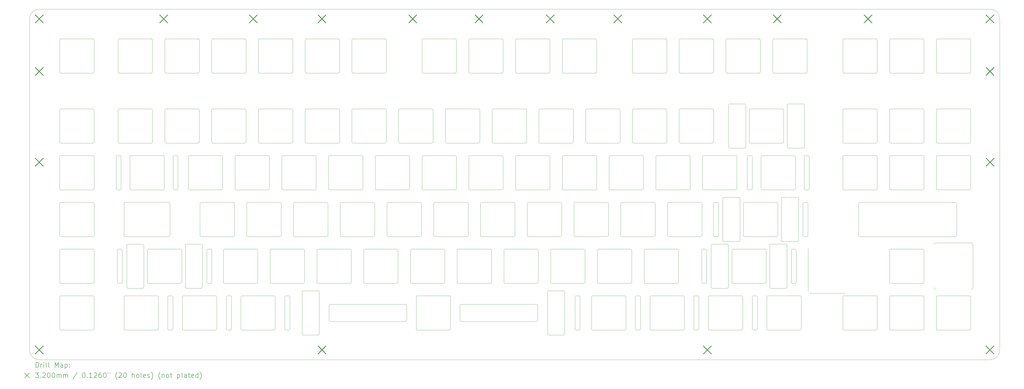
<source format=gbr>
%FSLAX45Y45*%
G04 Gerber Fmt 4.5, Leading zero omitted, Abs format (unit mm)*
G04 Created by KiCad (PCBNEW (6.0.0)) date 2022-03-06 09:57:46*
%MOMM*%
%LPD*%
G01*
G04 APERTURE LIST*
%TA.AperFunction,Profile*%
%ADD10C,0.100000*%
%TD*%
%TA.AperFunction,Profile*%
%ADD11C,0.050000*%
%TD*%
%ADD12C,0.200000*%
%ADD13C,0.320000*%
G04 APERTURE END LIST*
D10*
X16709470Y-19303045D02*
X16709470Y-19903045D01*
X13592700Y-19253045D02*
X16659470Y-19253045D01*
X13542700Y-19903045D02*
X13542700Y-19303045D01*
X13592700Y-19953045D02*
X16659470Y-19953045D01*
X13542700Y-19903045D02*
G75*
G03*
X13592700Y-19953045I50000J0D01*
G01*
X13592700Y-19253045D02*
G75*
G03*
X13542700Y-19303045I0J-50000D01*
G01*
X16709470Y-19303045D02*
G75*
G03*
X16659470Y-19253045I-50000J0D01*
G01*
X16659470Y-19953045D02*
G75*
G03*
X16709470Y-19903045I0J50000D01*
G01*
X5187725Y-16445290D02*
G75*
G03*
X5237725Y-16495290I50000J0D01*
G01*
X5237725Y-16495290D02*
X7013975Y-16495050D01*
X5237725Y-15095290D02*
X7013975Y-15095050D01*
X5187725Y-15145290D02*
X5187725Y-16445290D01*
X5237725Y-15095290D02*
G75*
G03*
X5187725Y-15145290I0J-50000D01*
G01*
X21993300Y-19255615D02*
X18926530Y-19255615D01*
X22043300Y-19305615D02*
G75*
G03*
X21993300Y-19255615I-50000J0D01*
G01*
X18876530Y-19905615D02*
X18876530Y-19305615D01*
X18926530Y-19255615D02*
G75*
G03*
X18876530Y-19305615I0J-50000D01*
G01*
X21993300Y-19955615D02*
G75*
G03*
X22043300Y-19905615I0J50000D01*
G01*
X18876530Y-19905615D02*
G75*
G03*
X18926530Y-19955615I50000J0D01*
G01*
X22043300Y-19305615D02*
X22043300Y-19905615D01*
X21993300Y-19955615D02*
X18926530Y-19955615D01*
X34477100Y-13239930D02*
X34477100Y-14539930D01*
X34527100Y-13189930D02*
X35827100Y-13189930D01*
X36382100Y-13239930D02*
X36382100Y-14539930D01*
X39687100Y-13239930D02*
X39687100Y-14539930D01*
X37782100Y-13239930D02*
G75*
G03*
X37732100Y-13189930I-50000J0D01*
G01*
X37732100Y-14589930D02*
G75*
G03*
X37782100Y-14539930I0J50000D01*
G01*
X35877100Y-13239930D02*
G75*
G03*
X35827100Y-13189930I-50000J0D01*
G01*
X39637100Y-14589930D02*
G75*
G03*
X39687100Y-14539930I0J50000D01*
G01*
X38287100Y-13239930D02*
X38287100Y-14539930D01*
X38337100Y-13189930D02*
X39637100Y-13189930D01*
X35877100Y-13239930D02*
X35877100Y-14539930D01*
X34527100Y-14589930D02*
X35827100Y-14589930D01*
X39687100Y-13239930D02*
G75*
G03*
X39637100Y-13189930I-50000J0D01*
G01*
X37782100Y-13239930D02*
X37782100Y-14539930D01*
X38337100Y-13189930D02*
G75*
G03*
X38287100Y-13239930I0J-50000D01*
G01*
X36432100Y-13189930D02*
X37732100Y-13189930D01*
X36432100Y-13189930D02*
G75*
G03*
X36382100Y-13239930I0J-50000D01*
G01*
X36382100Y-14539930D02*
G75*
G03*
X36432100Y-14589930I50000J0D01*
G01*
X36432100Y-14589930D02*
X37732100Y-14589930D01*
X38337100Y-14589930D02*
X39637100Y-14589930D01*
X35827100Y-14589930D02*
G75*
G03*
X35877100Y-14539930I0J50000D01*
G01*
X34477100Y-14539930D02*
G75*
G03*
X34527100Y-14589930I50000J0D01*
G01*
X38287100Y-14539930D02*
G75*
G03*
X38337100Y-14589930I50000J0D01*
G01*
X34527100Y-13189930D02*
G75*
G03*
X34477100Y-13239930I0J-50000D01*
G01*
X36382100Y-8477730D02*
X36382100Y-9777730D01*
X37782100Y-8477730D02*
G75*
G03*
X37732100Y-8427730I-50000J0D01*
G01*
X37732100Y-9827730D02*
G75*
G03*
X37782100Y-9777730I0J50000D01*
G01*
X37782100Y-8477730D02*
X37782100Y-9777730D01*
X36432100Y-8427730D02*
X37732100Y-8427730D01*
X36432100Y-8427730D02*
G75*
G03*
X36382100Y-8477730I0J-50000D01*
G01*
X36382100Y-9777730D02*
G75*
G03*
X36432100Y-9827730I50000J0D01*
G01*
X36432100Y-9827730D02*
X37732100Y-9827730D01*
X30523300Y-11134570D02*
G75*
G03*
X30473300Y-11084570I-50000J0D01*
G01*
X29873300Y-11084570D02*
G75*
G03*
X29823300Y-11134570I0J-50000D01*
G01*
X29823300Y-12835050D02*
X29823300Y-11134570D01*
X30523300Y-12835050D02*
X30523300Y-11134570D01*
X29873300Y-11084570D02*
X30473300Y-11084570D01*
X32910900Y-11134570D02*
G75*
G03*
X32860900Y-11084570I-50000J0D01*
G01*
X32260900Y-11084570D02*
G75*
G03*
X32210900Y-11134570I0J-50000D01*
G01*
X32260900Y-11084570D02*
X32860900Y-11084570D01*
X6191770Y-18399690D02*
X7491770Y-18399690D01*
X6191770Y-16999690D02*
G75*
G03*
X6141770Y-17049690I0J-50000D01*
G01*
X6141770Y-17049690D02*
X6141770Y-18349690D01*
X6141770Y-18349690D02*
G75*
G03*
X6191770Y-18399690I50000J0D01*
G01*
X7491770Y-18399690D02*
G75*
G03*
X7541770Y-18349690I0J50000D01*
G01*
X7541770Y-17049690D02*
G75*
G03*
X7491770Y-16999690I-50000J0D01*
G01*
X7541770Y-17049690D02*
X7541770Y-18349690D01*
X6191770Y-16999690D02*
X7491770Y-16999690D01*
X13093975Y-18703610D02*
X12493975Y-18703610D01*
X13143975Y-18753610D02*
G75*
G03*
X13093975Y-18703610I-50000J0D01*
G01*
X12493975Y-18703610D02*
G75*
G03*
X12443975Y-18753610I0J-50000D01*
G01*
X23093975Y-18703610D02*
X22493975Y-18703610D01*
X23143975Y-18753610D02*
G75*
G03*
X23093975Y-18703610I-50000J0D01*
G01*
X22493975Y-18703610D02*
G75*
G03*
X22443975Y-18753610I0J-50000D01*
G01*
X7023565Y-18904270D02*
G75*
G03*
X6973565Y-18954270I0J-50000D01*
G01*
X7183015Y-20254270D02*
X7183015Y-18954270D01*
X7023565Y-18904270D02*
X7133015Y-18904270D01*
X6973565Y-20254270D02*
G75*
G03*
X7023565Y-20304270I50000J0D01*
G01*
X7023565Y-20304270D02*
X7133015Y-20304270D01*
X7133015Y-20304270D02*
G75*
G03*
X7183015Y-20254270I0J50000D01*
G01*
X6973565Y-20254270D02*
X6973565Y-18954270D01*
X7183015Y-18954270D02*
G75*
G03*
X7133015Y-18904270I-50000J0D01*
G01*
X9354665Y-20254270D02*
X9354665Y-18954270D01*
X9404665Y-18904270D02*
G75*
G03*
X9354665Y-18954270I0J-50000D01*
G01*
X9564115Y-18954270D02*
G75*
G03*
X9514115Y-18904270I-50000J0D01*
G01*
X9354665Y-20254270D02*
G75*
G03*
X9404665Y-20304270I50000J0D01*
G01*
X9404665Y-20304270D02*
X9514115Y-20304270D01*
X9564115Y-20254270D02*
X9564115Y-18954270D01*
X9404665Y-18904270D02*
X9514115Y-18904270D01*
X9514115Y-20304270D02*
G75*
G03*
X9564115Y-20254270I0J50000D01*
G01*
X11785765Y-18904270D02*
G75*
G03*
X11735765Y-18954270I0J-50000D01*
G01*
X11945215Y-18954270D02*
G75*
G03*
X11895215Y-18904270I-50000J0D01*
G01*
X11735765Y-20254270D02*
G75*
G03*
X11785765Y-20304270I50000J0D01*
G01*
X11945215Y-20254270D02*
X11945215Y-18954270D01*
X11785765Y-20304270D02*
X11895215Y-20304270D01*
X11785765Y-18904270D02*
X11895215Y-18904270D01*
X11735765Y-20254270D02*
X11735765Y-18954270D01*
X11895215Y-20304270D02*
G75*
G03*
X11945215Y-20254270I0J50000D01*
G01*
X30944015Y-20304270D02*
G75*
G03*
X30994015Y-20254270I0J50000D01*
G01*
X30834565Y-18904270D02*
G75*
G03*
X30784565Y-18954270I0J-50000D01*
G01*
X30994015Y-20254270D02*
X30994015Y-18954270D01*
X30834565Y-20304270D02*
X30944015Y-20304270D01*
X30994015Y-18954270D02*
G75*
G03*
X30944015Y-18904270I-50000J0D01*
G01*
X30784565Y-20254270D02*
X30784565Y-18954270D01*
X30784565Y-20254270D02*
G75*
G03*
X30834565Y-20304270I50000J0D01*
G01*
X30834565Y-18904270D02*
X30944015Y-18904270D01*
X28453465Y-18904270D02*
X28562915Y-18904270D01*
X28403465Y-20254270D02*
X28403465Y-18954270D01*
X28403465Y-20254270D02*
G75*
G03*
X28453465Y-20304270I50000J0D01*
G01*
X28453465Y-18904270D02*
G75*
G03*
X28403465Y-18954270I0J-50000D01*
G01*
X28562915Y-20304270D02*
G75*
G03*
X28612915Y-20254270I0J50000D01*
G01*
X28453465Y-20304270D02*
X28562915Y-20304270D01*
X28612915Y-18954270D02*
G75*
G03*
X28562915Y-18904270I-50000J0D01*
G01*
X28612915Y-20254270D02*
X28612915Y-18954270D01*
X26072365Y-18904270D02*
G75*
G03*
X26022365Y-18954270I0J-50000D01*
G01*
X26022365Y-20254270D02*
X26022365Y-18954270D01*
X26231815Y-20254270D02*
X26231815Y-18954270D01*
X26231815Y-18954270D02*
G75*
G03*
X26181815Y-18904270I-50000J0D01*
G01*
X26072365Y-18904270D02*
X26181815Y-18904270D01*
X26022365Y-20254270D02*
G75*
G03*
X26072365Y-20304270I50000J0D01*
G01*
X26181815Y-20304270D02*
G75*
G03*
X26231815Y-20254270I0J50000D01*
G01*
X26072365Y-20304270D02*
X26181815Y-20304270D01*
X8254480Y-8477550D02*
G75*
G03*
X8204480Y-8427550I-50000J0D01*
G01*
X6854480Y-8477550D02*
X6854480Y-9777550D01*
X8254480Y-8477550D02*
X8254480Y-9777550D01*
X6904480Y-8427550D02*
G75*
G03*
X6854480Y-8477550I0J-50000D01*
G01*
X6904480Y-8427550D02*
X8204480Y-8427550D01*
X6904480Y-9827550D02*
X8204480Y-9827550D01*
X8204480Y-9827550D02*
G75*
G03*
X8254480Y-9777550I0J50000D01*
G01*
X6854480Y-9777550D02*
G75*
G03*
X6904480Y-9827550I50000J0D01*
G01*
X7735570Y-16799210D02*
X8335570Y-16799210D01*
X5347970Y-18599690D02*
X5947970Y-18599690D01*
X7735570Y-18599690D02*
X8335570Y-18599690D01*
X8385570Y-16849210D02*
G75*
G03*
X8335570Y-16799210I-50000J0D01*
G01*
X5997970Y-18549690D02*
X5997970Y-16849210D01*
X5947970Y-18599690D02*
G75*
G03*
X5997970Y-18549690I0J50000D01*
G01*
X5297970Y-18549690D02*
G75*
G03*
X5347970Y-18599690I50000J0D01*
G01*
X7685570Y-18549690D02*
G75*
G03*
X7735570Y-18599690I50000J0D01*
G01*
X5297970Y-18549690D02*
X5297970Y-16849210D01*
X7735570Y-16799210D02*
G75*
G03*
X7685570Y-16849210I0J-50000D01*
G01*
X8335570Y-18599690D02*
G75*
G03*
X8385570Y-18549690I0J50000D01*
G01*
X7685570Y-16849210D02*
X7685570Y-18549690D01*
X8385570Y-16849210D02*
X8385570Y-18549690D01*
X5997970Y-16849210D02*
G75*
G03*
X5947970Y-16799210I-50000J0D01*
G01*
X5347970Y-16799210D02*
X5947970Y-16799210D01*
X5347970Y-16799210D02*
G75*
G03*
X5297970Y-16849210I0J-50000D01*
G01*
X13093975Y-20505050D02*
X12493975Y-20505050D01*
X13093975Y-20505050D02*
G75*
G03*
X13143975Y-20455050I0J50000D01*
G01*
X12443975Y-20455050D02*
G75*
G03*
X12493975Y-20505050I50000J0D01*
G01*
X23093975Y-20505050D02*
G75*
G03*
X23143975Y-20455050I0J50000D01*
G01*
X22443975Y-20455050D02*
G75*
G03*
X22493975Y-20505050I50000J0D01*
G01*
X23093975Y-20505050D02*
X22493975Y-20505050D01*
X30478990Y-16494810D02*
X31778990Y-16494810D01*
X31828990Y-15144810D02*
G75*
G03*
X31778990Y-15094810I-50000J0D01*
G01*
X30478990Y-15094810D02*
X31778990Y-15094810D01*
X30235190Y-16694810D02*
G75*
G03*
X30285190Y-16644810I0J50000D01*
G01*
X29635190Y-16694810D02*
X30235190Y-16694810D01*
X31972790Y-16644810D02*
G75*
G03*
X32022790Y-16694810I50000J0D01*
G01*
X31972790Y-14944330D02*
X31972790Y-16644810D01*
X32672790Y-14944330D02*
X32672790Y-16644810D01*
X32022790Y-16694810D02*
X32622790Y-16694810D01*
X31778990Y-16494810D02*
G75*
G03*
X31828990Y-16444810I0J50000D01*
G01*
X30478990Y-15094810D02*
G75*
G03*
X30428990Y-15144810I0J-50000D01*
G01*
X32622790Y-16694810D02*
G75*
G03*
X32672790Y-16644810I0J50000D01*
G01*
X31828990Y-15144810D02*
X31828990Y-16444810D01*
X29585190Y-16644810D02*
G75*
G03*
X29635190Y-16694810I50000J0D01*
G01*
X30428990Y-15144810D02*
X30428990Y-16444810D01*
X30428990Y-16444810D02*
G75*
G03*
X30478990Y-16494810I50000J0D01*
G01*
X32022790Y-14894330D02*
G75*
G03*
X31972790Y-14944330I0J-50000D01*
G01*
X30285190Y-16644810D02*
X30285190Y-14944330D01*
X29635190Y-14894330D02*
G75*
G03*
X29585190Y-14944330I0J-50000D01*
G01*
X32672790Y-14944330D02*
G75*
G03*
X32622790Y-14894330I-50000J0D01*
G01*
X29585190Y-16644810D02*
X29585190Y-14944330D01*
X32022790Y-14894330D02*
X32622790Y-14894330D01*
X30285190Y-14944330D02*
G75*
G03*
X30235190Y-14894330I-50000J0D01*
G01*
X29635190Y-14894330D02*
X30235190Y-14894330D01*
X30002770Y-16999690D02*
G75*
G03*
X29952770Y-17049690I0J-50000D01*
G01*
X31546570Y-16799210D02*
X32146570Y-16799210D01*
X29808970Y-16849210D02*
G75*
G03*
X29758970Y-16799210I-50000J0D01*
G01*
X29758970Y-18599690D02*
G75*
G03*
X29808970Y-18549690I0J50000D01*
G01*
X31496570Y-18549690D02*
G75*
G03*
X31546570Y-18599690I50000J0D01*
G01*
X31546570Y-18599690D02*
X32146570Y-18599690D01*
X31352770Y-17049690D02*
X31352770Y-18349690D01*
X31546570Y-16799210D02*
G75*
G03*
X31496570Y-16849210I0J-50000D01*
G01*
X29158970Y-16799210D02*
G75*
G03*
X29108970Y-16849210I0J-50000D01*
G01*
X29108970Y-18549690D02*
X29108970Y-16849210D01*
X29158970Y-16799210D02*
X29758970Y-16799210D01*
X30002770Y-16999690D02*
X31302770Y-16999690D01*
X29108970Y-18549690D02*
G75*
G03*
X29158970Y-18599690I50000J0D01*
G01*
X31496570Y-16849210D02*
X31496570Y-18549690D01*
X29952770Y-17049690D02*
X29952770Y-18349690D01*
X29952770Y-18349690D02*
G75*
G03*
X30002770Y-18399690I50000J0D01*
G01*
X31302770Y-18399690D02*
G75*
G03*
X31352770Y-18349690I0J50000D01*
G01*
X29158970Y-18599690D02*
X29758970Y-18599690D01*
X29808970Y-18549690D02*
X29808970Y-16849210D01*
X32196570Y-16849210D02*
X32196570Y-18549690D01*
X30002770Y-18399690D02*
X31302770Y-18399690D01*
X32146570Y-18599690D02*
G75*
G03*
X32196570Y-18549690I0J50000D01*
G01*
X31352770Y-17049690D02*
G75*
G03*
X31302770Y-16999690I-50000J0D01*
G01*
X32196570Y-16849210D02*
G75*
G03*
X32146570Y-16799210I-50000J0D01*
G01*
X26352100Y-13240050D02*
G75*
G03*
X26302100Y-13190050I-50000J0D01*
G01*
X12014600Y-9827550D02*
G75*
G03*
X12064600Y-9777550I0J50000D01*
G01*
X17382100Y-8427550D02*
G75*
G03*
X17332100Y-8477550I0J-50000D01*
G01*
X10109600Y-12685050D02*
G75*
G03*
X10159600Y-12635050I0J50000D01*
G01*
X37782100Y-18955050D02*
G75*
G03*
X37732100Y-18905050I-50000J0D01*
G01*
X2618350Y-17000050D02*
X3918350Y-17000050D01*
X17332100Y-14540050D02*
G75*
G03*
X17382100Y-14590050I50000J0D01*
G01*
X22065850Y-17050050D02*
G75*
G03*
X22015850Y-17000050I-50000J0D01*
G01*
X11140850Y-17050050D02*
X11140850Y-18350050D01*
X16429600Y-11285050D02*
X17729600Y-11285050D01*
X30667100Y-11335050D02*
X30667100Y-12635050D01*
X24525850Y-17000050D02*
G75*
G03*
X24475850Y-17050050I0J-50000D01*
G01*
X12093350Y-16445050D02*
G75*
G03*
X12143350Y-16495050I50000J0D01*
G01*
D11*
X40472400Y-7222670D02*
X1739840Y-7222670D01*
D10*
X16905850Y-17000050D02*
X18205850Y-17000050D01*
X13522100Y-14540050D02*
G75*
G03*
X13572100Y-14590050I50000J0D01*
G01*
X23611655Y-18904270D02*
X23721105Y-18904270D01*
X31619600Y-9777550D02*
G75*
G03*
X31669600Y-9827550I50000J0D01*
G01*
X4915850Y-13190050D02*
G75*
G03*
X4865850Y-13240050I0J-50000D01*
G01*
X26380850Y-18350050D02*
G75*
G03*
X26430850Y-18400050I50000J0D01*
G01*
X8809600Y-8427550D02*
X10109600Y-8427550D01*
X19287100Y-14590050D02*
X20587100Y-14590050D01*
X3968350Y-15145050D02*
G75*
G03*
X3918350Y-15095050I-50000J0D01*
G01*
X19287100Y-13190050D02*
G75*
G03*
X19237100Y-13240050I0J-50000D01*
G01*
X25954600Y-8427550D02*
G75*
G03*
X25904600Y-8477550I0J-50000D01*
G01*
X25399600Y-11335050D02*
G75*
G03*
X25349600Y-11285050I-50000J0D01*
G01*
X23444600Y-12685050D02*
G75*
G03*
X23494600Y-12635050I0J50000D01*
G01*
X24447100Y-8477550D02*
X24447100Y-9777550D01*
X39778490Y-18572520D02*
X39778490Y-16826380D01*
X32067100Y-11335050D02*
X32067100Y-12635050D01*
X16905850Y-17000050D02*
G75*
G03*
X16855850Y-17050050I0J-50000D01*
G01*
X2568350Y-20255050D02*
G75*
G03*
X2618350Y-20305050I50000J0D01*
G01*
X19763350Y-16495050D02*
X21063350Y-16495050D01*
X25904600Y-11335050D02*
X25904600Y-12635050D01*
X32953350Y-13190050D02*
X33053350Y-13190050D01*
X38287100Y-20255050D02*
G75*
G03*
X38337100Y-20305050I50000J0D01*
G01*
X22443975Y-18753610D02*
X22443975Y-20455050D01*
X32953350Y-14590050D02*
X33053350Y-14590050D01*
X23970850Y-17050050D02*
G75*
G03*
X23920850Y-17000050I-50000J0D01*
G01*
X12619600Y-12685050D02*
X13919600Y-12685050D01*
X16777100Y-14590050D02*
G75*
G03*
X16827100Y-14540050I0J50000D01*
G01*
X27859600Y-9827550D02*
X29159600Y-9827550D01*
X21192100Y-14590050D02*
X22492100Y-14590050D01*
X22065850Y-17050050D02*
X22065850Y-18350050D01*
X19237100Y-13240050D02*
X19237100Y-14540050D01*
X4965225Y-17000050D02*
X5065225Y-17000050D01*
X5065850Y-13240050D02*
G75*
G03*
X5015850Y-13190050I-50000J0D01*
G01*
X36382100Y-18350050D02*
G75*
G03*
X36432100Y-18400050I50000J0D01*
G01*
X3968350Y-8477550D02*
G75*
G03*
X3918350Y-8427550I-50000J0D01*
G01*
X39687100Y-11335050D02*
G75*
G03*
X39637100Y-11285050I-50000J0D01*
G01*
X26352100Y-13240050D02*
X26352100Y-14540050D01*
X25904600Y-9777550D02*
G75*
G03*
X25954600Y-9827550I50000J0D01*
G01*
X12619600Y-9827550D02*
X13919600Y-9827550D01*
X36432100Y-18400050D02*
X37732100Y-18400050D01*
X20160850Y-17050050D02*
X20160850Y-18350050D01*
X18760850Y-17050050D02*
X18760850Y-18350050D01*
X23523350Y-16445050D02*
G75*
G03*
X23573350Y-16495050I50000J0D01*
G01*
X21668350Y-16495050D02*
X22968350Y-16495050D01*
X10188350Y-15145050D02*
X10188350Y-16445050D01*
X34527100Y-18905050D02*
X35827100Y-18905050D01*
X35877100Y-18955050D02*
X35877100Y-20255050D01*
X15477100Y-14590050D02*
X16777100Y-14590050D01*
X16827100Y-13240050D02*
G75*
G03*
X16777100Y-13190050I-50000J0D01*
G01*
X39114160Y-15144930D02*
G75*
G03*
X39064160Y-15094930I-50000J0D01*
G01*
X14474600Y-11335050D02*
X14474600Y-12635050D01*
X22542100Y-13240050D02*
G75*
G03*
X22492100Y-13190050I-50000J0D01*
G01*
X7857100Y-13190050D02*
G75*
G03*
X7807100Y-13240050I0J-50000D01*
G01*
X36382100Y-12635050D02*
G75*
G03*
X36432100Y-12685050I50000J0D01*
G01*
X21618350Y-15145050D02*
X21618350Y-16445050D01*
X14922100Y-13240050D02*
X14922100Y-14540050D01*
X34477100Y-12635050D02*
G75*
G03*
X34527100Y-12685050I50000J0D01*
G01*
X20715850Y-17000050D02*
G75*
G03*
X20665850Y-17050050I0J-50000D01*
G01*
X23573350Y-16495050D02*
X24873350Y-16495050D01*
X31193350Y-13190050D02*
G75*
G03*
X31143350Y-13240050I0J-50000D01*
G01*
X2568350Y-16445050D02*
G75*
G03*
X2618350Y-16495050I50000J0D01*
G01*
X13969600Y-11335050D02*
G75*
G03*
X13919600Y-11285050I-50000J0D01*
G01*
X9235850Y-18350050D02*
G75*
G03*
X9285850Y-18400050I50000J0D01*
G01*
X3968350Y-15145050D02*
X3968350Y-16445050D01*
X12967100Y-14590050D02*
G75*
G03*
X13017100Y-14540050I0J50000D01*
G01*
X6587725Y-18955050D02*
X6587725Y-20255050D01*
X2618350Y-15095050D02*
X3918350Y-15095050D01*
X28762100Y-14540050D02*
G75*
G03*
X28812100Y-14590050I50000J0D01*
G01*
X16350850Y-17050050D02*
G75*
G03*
X16300850Y-17000050I-50000J0D01*
G01*
X22620850Y-18400050D02*
X23920850Y-18400050D01*
X26907100Y-13190050D02*
G75*
G03*
X26857100Y-13240050I0J-50000D01*
G01*
X30350225Y-20305050D02*
G75*
G03*
X30400225Y-20255050I0J50000D01*
G01*
X23999600Y-11335050D02*
X23999600Y-12635050D01*
X25478350Y-15095050D02*
G75*
G03*
X25428350Y-15145050I0J-50000D01*
G01*
X38337100Y-12685050D02*
X39637100Y-12685050D01*
X26907100Y-14590050D02*
X28207100Y-14590050D01*
X29253975Y-16495050D02*
X29353975Y-16495050D01*
X23611655Y-20304270D02*
X23721105Y-20304270D01*
X10159600Y-11335050D02*
X10159600Y-12635050D01*
X32860900Y-12885050D02*
G75*
G03*
X32910900Y-12835050I0J50000D01*
G01*
X23920850Y-18400050D02*
G75*
G03*
X23970850Y-18350050I0J50000D01*
G01*
X25002100Y-14590050D02*
X26302100Y-14590050D01*
X11350225Y-18955050D02*
G75*
G03*
X11300225Y-18905050I-50000J0D01*
G01*
X3968350Y-17050050D02*
X3968350Y-18350050D01*
X22542100Y-8477550D02*
X22542100Y-9777550D01*
X28018975Y-18955050D02*
X28018975Y-20255050D01*
X23561655Y-20254270D02*
X23561655Y-18954270D01*
X27859600Y-8427550D02*
G75*
G03*
X27809600Y-8477550I0J-50000D01*
G01*
X14048350Y-16495050D02*
X15348350Y-16495050D01*
X27254600Y-12685050D02*
G75*
G03*
X27304600Y-12635050I0J50000D01*
G01*
X18334600Y-11285050D02*
X19634600Y-11285050D01*
X29159600Y-12685050D02*
G75*
G03*
X29209600Y-12635050I0J50000D01*
G01*
X30400225Y-18955050D02*
G75*
G03*
X30350225Y-18905050I-50000J0D01*
G01*
X28727725Y-17050050D02*
X28727725Y-18350050D01*
X18443975Y-20305050D02*
G75*
G03*
X18493975Y-20255050I0J50000D01*
G01*
X30162100Y-13240050D02*
X30162100Y-14540050D01*
X10238350Y-16495050D02*
X11538350Y-16495050D01*
X6349600Y-11335050D02*
G75*
G03*
X6299600Y-11285050I-50000J0D01*
G01*
X13095850Y-17000050D02*
X14395850Y-17000050D01*
X10664600Y-8477550D02*
X10664600Y-9777550D01*
X2618350Y-8427550D02*
G75*
G03*
X2568350Y-8477550I0J-50000D01*
G01*
X31143350Y-14540050D02*
G75*
G03*
X31193350Y-14590050I50000J0D01*
G01*
X13017100Y-13240050D02*
X13017100Y-14540050D01*
X21589600Y-11335050D02*
G75*
G03*
X21539600Y-11285050I-50000J0D01*
G01*
X35175030Y-16494930D02*
X39064160Y-16494930D01*
X21668350Y-15095050D02*
G75*
G03*
X21618350Y-15145050I0J-50000D01*
G01*
X24397100Y-14590050D02*
G75*
G03*
X24447100Y-14540050I0J50000D01*
G01*
X13998350Y-16445050D02*
G75*
G03*
X14048350Y-16495050I50000J0D01*
G01*
X11588350Y-15145050D02*
X11588350Y-16445050D01*
X16855850Y-18350050D02*
G75*
G03*
X16905850Y-18400050I50000J0D01*
G01*
X27304600Y-8477550D02*
X27304600Y-9777550D01*
X13493350Y-15145050D02*
X13493350Y-16445050D01*
X11112100Y-13240050D02*
G75*
G03*
X11062100Y-13190050I-50000J0D01*
G01*
X17858350Y-15095050D02*
X19158350Y-15095050D01*
X16827100Y-13240050D02*
X16827100Y-14540050D01*
X20110850Y-18400050D02*
G75*
G03*
X20160850Y-18350050I0J50000D01*
G01*
X23097100Y-13190050D02*
X24397100Y-13190050D01*
D11*
X1739840Y-21509270D02*
X40472400Y-21509270D01*
D10*
X37782100Y-17050050D02*
G75*
G03*
X37732100Y-17000050I-50000J0D01*
G01*
X19684600Y-11335050D02*
X19684600Y-12635050D01*
X2618350Y-18905050D02*
G75*
G03*
X2568350Y-18955050I0J-50000D01*
G01*
X20587100Y-9827550D02*
G75*
G03*
X20637100Y-9777550I0J50000D01*
G01*
X15874600Y-8477550D02*
X15874600Y-9777550D01*
X26668975Y-18905050D02*
X27968975Y-18905050D01*
X14524600Y-8427550D02*
G75*
G03*
X14474600Y-8477550I0J-50000D01*
G01*
X33053975Y-15145050D02*
G75*
G03*
X33003975Y-15095050I-50000J0D01*
G01*
X12143350Y-16495050D02*
X13443350Y-16495050D01*
X17382100Y-13190050D02*
X18682100Y-13190050D01*
X19287100Y-13190050D02*
X20587100Y-13190050D01*
X37732100Y-12685050D02*
G75*
G03*
X37782100Y-12635050I0J50000D01*
G01*
X22542100Y-13240050D02*
X22542100Y-14540050D01*
X28733350Y-15145050D02*
G75*
G03*
X28683350Y-15095050I-50000J0D01*
G01*
X27254600Y-9827550D02*
G75*
G03*
X27304600Y-9777550I0J50000D01*
G01*
X33003975Y-16495050D02*
G75*
G03*
X33053975Y-16445050I0J50000D01*
G01*
X6349600Y-11335050D02*
X6349600Y-12635050D01*
X4999600Y-11285050D02*
G75*
G03*
X4949600Y-11335050I0J-50000D01*
G01*
X21192100Y-13190050D02*
G75*
G03*
X21142100Y-13240050I0J-50000D01*
G01*
X5475850Y-13190050D02*
X6775850Y-13190050D01*
X29050225Y-18905050D02*
G75*
G03*
X29000225Y-18955050I0J-50000D01*
G01*
X6537725Y-20305050D02*
G75*
G03*
X6587725Y-20255050I0J50000D01*
G01*
X27809600Y-11335050D02*
X27809600Y-12635050D01*
X32543350Y-13240050D02*
X32543350Y-14540050D01*
X7568975Y-18955050D02*
X7568975Y-20255050D01*
X38287100Y-8477550D02*
X38287100Y-9777550D01*
X12064600Y-11335050D02*
X12064600Y-12635050D01*
X25637725Y-18955050D02*
X25637725Y-20255050D01*
X11667100Y-13190050D02*
G75*
G03*
X11617100Y-13240050I0J-50000D01*
G01*
X27304600Y-8477550D02*
G75*
G03*
X27254600Y-8427550I-50000J0D01*
G01*
X15903350Y-16445050D02*
G75*
G03*
X15953350Y-16495050I50000J0D01*
G01*
D11*
X1739840Y-7222670D02*
G75*
G03*
X1342990Y-7619520I0J-396850D01*
G01*
D10*
X10664600Y-12635050D02*
G75*
G03*
X10714600Y-12685050I50000J0D01*
G01*
X25875850Y-17050050D02*
X25875850Y-18350050D01*
X11062100Y-14590050D02*
G75*
G03*
X11112100Y-14540050I0J50000D01*
G01*
X3968350Y-13240050D02*
G75*
G03*
X3918350Y-13190050I-50000J0D01*
G01*
X23143975Y-18753610D02*
X23143975Y-20455050D01*
X6854600Y-11335050D02*
X6854600Y-12635050D01*
X2568350Y-14540050D02*
G75*
G03*
X2618350Y-14590050I50000J0D01*
G01*
X4999600Y-8427550D02*
X6299600Y-8427550D01*
X17093975Y-20255050D02*
G75*
G03*
X17143975Y-20305050I50000J0D01*
G01*
X3968350Y-13240050D02*
X3968350Y-14540050D01*
X12619600Y-11285050D02*
X13919600Y-11285050D01*
X32969600Y-9827550D02*
G75*
G03*
X33019600Y-9777550I0J50000D01*
G01*
X23523350Y-15145050D02*
X23523350Y-16445050D01*
X26907100Y-13190050D02*
X28207100Y-13190050D01*
X12064600Y-8477550D02*
X12064600Y-9777550D01*
X35175030Y-15094930D02*
G75*
G03*
X35125030Y-15144930I0J-50000D01*
G01*
X19287100Y-8427550D02*
X20587100Y-8427550D01*
X29403975Y-15145050D02*
X29403975Y-16445050D01*
X20239600Y-11285050D02*
X21539600Y-11285050D01*
X30633350Y-13190050D02*
X30733350Y-13190050D01*
X28733350Y-15145050D02*
X28733350Y-16445050D01*
X2618350Y-12685050D02*
X3918350Y-12685050D01*
X15398350Y-15145050D02*
G75*
G03*
X15348350Y-15095050I-50000J0D01*
G01*
X4949600Y-11335050D02*
X4949600Y-12635050D01*
X6299600Y-12685050D02*
G75*
G03*
X6349600Y-12635050I0J50000D01*
G01*
X27968975Y-20305050D02*
G75*
G03*
X28018975Y-20255050I0J50000D01*
G01*
X2618350Y-11285050D02*
G75*
G03*
X2568350Y-11335050I0J-50000D01*
G01*
X9235850Y-17050050D02*
X9235850Y-18350050D01*
X36432100Y-17000050D02*
X37732100Y-17000050D01*
X26618975Y-20255050D02*
G75*
G03*
X26668975Y-20305050I50000J0D01*
G01*
X5425850Y-13240050D02*
X5425850Y-14540050D01*
X19208350Y-15145050D02*
X19208350Y-16445050D01*
X8968975Y-18955050D02*
G75*
G03*
X8918975Y-18905050I-50000J0D01*
G01*
X35877100Y-8477550D02*
G75*
G03*
X35827100Y-8427550I-50000J0D01*
G01*
X25002100Y-13190050D02*
X26302100Y-13190050D01*
X32427725Y-17000050D02*
X32527725Y-17000050D01*
X13969600Y-11335050D02*
X13969600Y-12635050D01*
X35877100Y-11335050D02*
X35877100Y-12635050D01*
X35125030Y-16444930D02*
G75*
G03*
X35175030Y-16494930I50000J0D01*
G01*
X14524600Y-11285050D02*
G75*
G03*
X14474600Y-11335050I0J-50000D01*
G01*
X15953350Y-16495050D02*
X17253350Y-16495050D01*
X27383350Y-15095050D02*
G75*
G03*
X27333350Y-15145050I0J-50000D01*
G01*
X15824600Y-12685050D02*
G75*
G03*
X15874600Y-12635050I0J50000D01*
G01*
X10714600Y-11285050D02*
G75*
G03*
X10664600Y-11335050I0J-50000D01*
G01*
X20637100Y-13240050D02*
X20637100Y-14540050D01*
X24525850Y-17000050D02*
X25825850Y-17000050D01*
X16379600Y-12635050D02*
G75*
G03*
X16429600Y-12685050I50000J0D01*
G01*
X26778350Y-16495050D02*
G75*
G03*
X26828350Y-16445050I0J50000D01*
G01*
X23494600Y-11335050D02*
G75*
G03*
X23444600Y-11285050I-50000J0D01*
G01*
X18682100Y-9827550D02*
G75*
G03*
X18732100Y-9777550I0J50000D01*
G01*
X7568975Y-20255050D02*
G75*
G03*
X7618975Y-20305050I50000J0D01*
G01*
X18810850Y-17000050D02*
G75*
G03*
X18760850Y-17050050I0J-50000D01*
G01*
X20587100Y-14590050D02*
G75*
G03*
X20637100Y-14540050I0J50000D01*
G01*
X10000225Y-18905050D02*
G75*
G03*
X9950225Y-18955050I0J-50000D01*
G01*
X38337100Y-20305050D02*
X39637100Y-20305050D01*
X6349600Y-8477550D02*
G75*
G03*
X6299600Y-8427550I-50000J0D01*
G01*
X37782100Y-11335050D02*
X37782100Y-12635050D01*
X29353975Y-16495050D02*
G75*
G03*
X29403975Y-16445050I0J50000D01*
G01*
X21142100Y-14540050D02*
G75*
G03*
X21192100Y-14590050I50000J0D01*
G01*
X10188350Y-16445050D02*
G75*
G03*
X10238350Y-16495050I50000J0D01*
G01*
X27809600Y-9777550D02*
G75*
G03*
X27859600Y-9827550I50000J0D01*
G01*
X17303350Y-15145050D02*
X17303350Y-16445050D01*
X14474600Y-8477550D02*
X14474600Y-9777550D01*
X28927725Y-17050050D02*
G75*
G03*
X28877725Y-17000050I-50000J0D01*
G01*
X4999600Y-8427550D02*
G75*
G03*
X4949600Y-8477550I0J-50000D01*
G01*
X2618350Y-18400050D02*
X3918350Y-18400050D01*
X2618350Y-18905050D02*
X3918350Y-18905050D01*
X10664600Y-11335050D02*
X10664600Y-12635050D01*
X8615225Y-17000050D02*
G75*
G03*
X8565225Y-17050050I0J-50000D01*
G01*
X38191090Y-18572520D02*
G75*
G03*
X38270460Y-18651890I79370J0D01*
G01*
X30473300Y-12885050D02*
G75*
G03*
X30523300Y-12835050I0J50000D01*
G01*
X33103350Y-13240050D02*
X33103350Y-14540050D01*
X9762100Y-13190050D02*
G75*
G03*
X9712100Y-13240050I0J-50000D01*
G01*
X26302100Y-14590050D02*
G75*
G03*
X26352100Y-14540050I0J50000D01*
G01*
X6904600Y-11285050D02*
G75*
G03*
X6854600Y-11335050I0J-50000D01*
G01*
X18682100Y-14590050D02*
G75*
G03*
X18732100Y-14540050I0J50000D01*
G01*
X33053350Y-14590050D02*
G75*
G03*
X33103350Y-14540050I0J50000D01*
G01*
X26380850Y-17050050D02*
X26380850Y-18350050D01*
X31064600Y-9827550D02*
G75*
G03*
X31114600Y-9777550I0J50000D01*
G01*
X7013975Y-16495050D02*
G75*
G03*
X7063975Y-16445050I0J50000D01*
G01*
X11588350Y-15145050D02*
G75*
G03*
X11538350Y-15095050I-50000J0D01*
G01*
X28257100Y-13240050D02*
X28257100Y-14540050D01*
X8333350Y-16495050D02*
X9633350Y-16495050D01*
X27859600Y-11285050D02*
X29159600Y-11285050D01*
X15874600Y-8477550D02*
G75*
G03*
X15824600Y-8427550I-50000J0D01*
G01*
X2568350Y-12635050D02*
G75*
G03*
X2618350Y-12685050I50000J0D01*
G01*
X11667100Y-13190050D02*
X12967100Y-13190050D01*
X34527100Y-9827550D02*
X35827100Y-9827550D01*
X12569600Y-8477550D02*
X12569600Y-9777550D01*
X8615225Y-18400050D02*
X8715225Y-18400050D01*
X20239600Y-12685050D02*
X21539600Y-12685050D01*
X11190850Y-17000050D02*
G75*
G03*
X11140850Y-17050050I0J-50000D01*
G01*
X32903975Y-15095050D02*
G75*
G03*
X32853975Y-15145050I0J-50000D01*
G01*
X26857100Y-14540050D02*
G75*
G03*
X26907100Y-14590050I50000J0D01*
G01*
X21142100Y-8477550D02*
X21142100Y-9777550D01*
X23721105Y-20304270D02*
G75*
G03*
X23771105Y-20254270I0J50000D01*
G01*
X10714600Y-11285050D02*
X12014600Y-11285050D01*
X28683350Y-16495050D02*
G75*
G03*
X28733350Y-16445050I0J50000D01*
G01*
X32853975Y-15145050D02*
X32853975Y-16445050D01*
X28257100Y-13240050D02*
G75*
G03*
X28207100Y-13190050I-50000J0D01*
G01*
X8715225Y-18400050D02*
G75*
G03*
X8765225Y-18350050I0J50000D01*
G01*
X15477100Y-13190050D02*
G75*
G03*
X15427100Y-13240050I0J-50000D01*
G01*
X20637100Y-13240050D02*
G75*
G03*
X20587100Y-13190050I-50000J0D01*
G01*
X2618350Y-16495050D02*
X3918350Y-16495050D01*
X36432100Y-11285050D02*
G75*
G03*
X36382100Y-11335050I0J-50000D01*
G01*
X31193350Y-13190050D02*
X32493350Y-13190050D01*
X9157100Y-14590050D02*
G75*
G03*
X9207100Y-14540050I0J50000D01*
G01*
X34527100Y-20305050D02*
X35827100Y-20305050D01*
X38270460Y-16747010D02*
G75*
G03*
X38191090Y-16826380I0J-79370D01*
G01*
X34477100Y-18955050D02*
X34477100Y-20255050D01*
X8204600Y-12685050D02*
G75*
G03*
X8254600Y-12635050I0J50000D01*
G01*
X7857100Y-13190050D02*
X9157100Y-13190050D01*
X19684600Y-11335050D02*
G75*
G03*
X19634600Y-11285050I-50000J0D01*
G01*
X21539600Y-12685050D02*
G75*
G03*
X21589600Y-12635050I0J50000D01*
G01*
X23097100Y-8427550D02*
G75*
G03*
X23047100Y-8477550I0J-50000D01*
G01*
X12569600Y-9777550D02*
G75*
G03*
X12619600Y-9827550I50000J0D01*
G01*
X30633350Y-13190050D02*
G75*
G03*
X30583350Y-13240050I0J-50000D01*
G01*
X27859600Y-8427550D02*
X29159600Y-8427550D01*
X38337100Y-11285050D02*
G75*
G03*
X38287100Y-11335050I0J-50000D01*
G01*
X32427725Y-18400050D02*
X32527725Y-18400050D01*
X24447100Y-8477550D02*
G75*
G03*
X24397100Y-8427550I-50000J0D01*
G01*
X18493975Y-18955050D02*
X18493975Y-20255050D01*
X21192100Y-13190050D02*
X22492100Y-13190050D01*
X31193350Y-14590050D02*
X32493350Y-14590050D01*
X29050225Y-20305050D02*
X30350225Y-20305050D01*
X34477100Y-11335050D02*
X34477100Y-12635050D01*
X4999600Y-12685050D02*
X6299600Y-12685050D01*
X37782100Y-17050050D02*
X37782100Y-18350050D01*
X29050225Y-18905050D02*
X30350225Y-18905050D01*
X18810850Y-17000050D02*
X20110850Y-17000050D01*
X32543350Y-13240050D02*
G75*
G03*
X32493350Y-13190050I-50000J0D01*
G01*
X20665850Y-17050050D02*
X20665850Y-18350050D01*
X31431475Y-18905050D02*
G75*
G03*
X31381475Y-18955050I0J-50000D01*
G01*
X24049600Y-11285050D02*
G75*
G03*
X23999600Y-11335050I0J-50000D01*
G01*
X18284600Y-12635050D02*
G75*
G03*
X18334600Y-12685050I50000J0D01*
G01*
X32903350Y-14540050D02*
G75*
G03*
X32953350Y-14590050I50000J0D01*
G01*
X31381475Y-18955050D02*
X31381475Y-20255050D01*
X32427725Y-17000050D02*
G75*
G03*
X32377725Y-17050050I0J-50000D01*
G01*
X2618350Y-9827550D02*
X3918350Y-9827550D01*
X23097100Y-13190050D02*
G75*
G03*
X23047100Y-13240050I0J-50000D01*
G01*
X14474600Y-9777550D02*
G75*
G03*
X14524600Y-9827550I50000J0D01*
G01*
X9633350Y-16495050D02*
G75*
G03*
X9683350Y-16445050I0J50000D01*
G01*
X31669600Y-8427550D02*
G75*
G03*
X31619600Y-8477550I0J-50000D01*
G01*
X37782100Y-18955050D02*
X37782100Y-20255050D01*
X11617100Y-13240050D02*
X11617100Y-14540050D01*
X32781475Y-18955050D02*
G75*
G03*
X32731475Y-18905050I-50000J0D01*
G01*
X21113350Y-15145050D02*
G75*
G03*
X21063350Y-15095050I-50000J0D01*
G01*
X4915850Y-13190050D02*
X5015850Y-13190050D01*
X24397100Y-9827550D02*
G75*
G03*
X24447100Y-9777550I0J50000D01*
G01*
X17858350Y-15095050D02*
G75*
G03*
X17808350Y-15145050I0J-50000D01*
G01*
X8759600Y-8477550D02*
X8759600Y-9777550D01*
X29403975Y-15145050D02*
G75*
G03*
X29353975Y-15095050I-50000J0D01*
G01*
X16379600Y-11335050D02*
X16379600Y-12635050D01*
X12619600Y-11285050D02*
G75*
G03*
X12569600Y-11335050I0J-50000D01*
G01*
X17332100Y-13240050D02*
X17332100Y-14540050D01*
X30717100Y-11285050D02*
G75*
G03*
X30667100Y-11335050I0J-50000D01*
G01*
X19237100Y-8477550D02*
X19237100Y-9777550D01*
X35877100Y-8477550D02*
X35877100Y-9777550D01*
X17808350Y-15145050D02*
X17808350Y-16445050D01*
X10000225Y-20305050D02*
X11300225Y-20305050D01*
X5115225Y-17050050D02*
G75*
G03*
X5065225Y-17000050I-50000J0D01*
G01*
X9712100Y-13240050D02*
X9712100Y-14540050D01*
X21589600Y-11335050D02*
X21589600Y-12635050D01*
X3968350Y-11335050D02*
X3968350Y-12635050D01*
X20239600Y-11285050D02*
G75*
G03*
X20189600Y-11335050I0J-50000D01*
G01*
X2618350Y-8427550D02*
X3918350Y-8427550D01*
X16300850Y-18400050D02*
G75*
G03*
X16350850Y-18350050I0J50000D01*
G01*
X24237725Y-18955050D02*
X24237725Y-20255050D01*
X25637725Y-18955050D02*
G75*
G03*
X25587725Y-18905050I-50000J0D01*
G01*
X14524600Y-8427550D02*
X15824600Y-8427550D01*
X10238350Y-15095050D02*
X11538350Y-15095050D01*
X17729600Y-12685050D02*
G75*
G03*
X17779600Y-12635050I0J50000D01*
G01*
X28777725Y-17000050D02*
X28877725Y-17000050D01*
X17382100Y-9827550D02*
X18682100Y-9827550D01*
X29764600Y-9827550D02*
X31064600Y-9827550D01*
X38287100Y-11335050D02*
X38287100Y-12635050D01*
X38337100Y-8427550D02*
X39637100Y-8427550D01*
X13572100Y-13190050D02*
X14872100Y-13190050D01*
X29000225Y-20255050D02*
G75*
G03*
X29050225Y-20305050I50000J0D01*
G01*
X30783350Y-13240050D02*
X30783350Y-14540050D01*
X19237100Y-9777550D02*
G75*
G03*
X19287100Y-9827550I50000J0D01*
G01*
X25954600Y-8427550D02*
X27254600Y-8427550D01*
X7618975Y-18905050D02*
G75*
G03*
X7568975Y-18955050I0J-50000D01*
G01*
X5187725Y-20255050D02*
G75*
G03*
X5237725Y-20305050I50000J0D01*
G01*
X12540850Y-17050050D02*
G75*
G03*
X12490850Y-17000050I-50000J0D01*
G01*
X4965225Y-18400050D02*
X5065225Y-18400050D01*
X13919600Y-12685050D02*
G75*
G03*
X13969600Y-12635050I0J50000D01*
G01*
X15874600Y-11335050D02*
G75*
G03*
X15824600Y-11285050I-50000J0D01*
G01*
X17808350Y-16445050D02*
G75*
G03*
X17858350Y-16495050I50000J0D01*
G01*
X2618350Y-14590050D02*
X3918350Y-14590050D01*
X23771105Y-18954270D02*
G75*
G03*
X23721105Y-18904270I-50000J0D01*
G01*
X29714600Y-8477550D02*
X29714600Y-9777550D01*
X6299600Y-9827550D02*
G75*
G03*
X6349600Y-9777550I0J50000D01*
G01*
X27730850Y-18400050D02*
G75*
G03*
X27780850Y-18350050I0J50000D01*
G01*
X24447100Y-13240050D02*
G75*
G03*
X24397100Y-13190050I-50000J0D01*
G01*
X2618350Y-13190050D02*
X3918350Y-13190050D01*
X9712100Y-14540050D02*
G75*
G03*
X9762100Y-14590050I50000J0D01*
G01*
X12014600Y-12685050D02*
G75*
G03*
X12064600Y-12635050I0J50000D01*
G01*
X22015850Y-18400050D02*
G75*
G03*
X22065850Y-18350050I0J50000D01*
G01*
X27304600Y-11335050D02*
G75*
G03*
X27254600Y-11285050I-50000J0D01*
G01*
X4915225Y-17050050D02*
X4915225Y-18350050D01*
X7807100Y-13240050D02*
X7807100Y-14540050D01*
X29253975Y-15095050D02*
G75*
G03*
X29203975Y-15145050I0J-50000D01*
G01*
X8283350Y-15145050D02*
X8283350Y-16445050D01*
X32953350Y-13190050D02*
G75*
G03*
X32903350Y-13240050I0J-50000D01*
G01*
X14474600Y-12635050D02*
G75*
G03*
X14524600Y-12685050I50000J0D01*
G01*
X26668975Y-18905050D02*
G75*
G03*
X26618975Y-18955050I0J-50000D01*
G01*
X19763350Y-15095050D02*
X21063350Y-15095050D01*
X22144600Y-11285050D02*
X23444600Y-11285050D01*
X3918350Y-14590050D02*
G75*
G03*
X3968350Y-14540050I0J50000D01*
G01*
X5237725Y-18905050D02*
X6537725Y-18905050D01*
X36432100Y-18905050D02*
G75*
G03*
X36382100Y-18955050I0J-50000D01*
G01*
X10000225Y-18905050D02*
X11300225Y-18905050D01*
X12569600Y-11335050D02*
X12569600Y-12635050D01*
X8765225Y-17050050D02*
X8765225Y-18350050D01*
X8809600Y-11285050D02*
G75*
G03*
X8759600Y-11335050I0J-50000D01*
G01*
X24923350Y-15145050D02*
X24923350Y-16445050D01*
X28777725Y-18400050D02*
X28877725Y-18400050D01*
X34527100Y-18905050D02*
G75*
G03*
X34477100Y-18955050I0J-50000D01*
G01*
X8809600Y-11285050D02*
X10109600Y-11285050D01*
X27780850Y-17050050D02*
X27780850Y-18350050D01*
X11140850Y-18350050D02*
G75*
G03*
X11190850Y-18400050I50000J0D01*
G01*
X27780850Y-17050050D02*
G75*
G03*
X27730850Y-17000050I-50000J0D01*
G01*
X2568350Y-18955050D02*
X2568350Y-20255050D01*
X25428350Y-16445050D02*
G75*
G03*
X25478350Y-16495050I50000J0D01*
G01*
X10664600Y-9777550D02*
G75*
G03*
X10714600Y-9827550I50000J0D01*
G01*
D11*
X40869250Y-21112420D02*
X40869250Y-7619520D01*
D10*
X24287725Y-18905050D02*
X25587725Y-18905050D01*
X39687100Y-11335050D02*
X39687100Y-12635050D01*
X38337100Y-9827550D02*
X39637100Y-9827550D01*
X20637100Y-8477550D02*
G75*
G03*
X20587100Y-8427550I-50000J0D01*
G01*
X3968350Y-11335050D02*
G75*
G03*
X3918350Y-11285050I-50000J0D01*
G01*
X6825850Y-13240050D02*
X6825850Y-14540050D01*
X24237725Y-20255050D02*
G75*
G03*
X24287725Y-20305050I50000J0D01*
G01*
X17143975Y-18905050D02*
X18443975Y-18905050D01*
X39064160Y-16494930D02*
G75*
G03*
X39114160Y-16444930I0J50000D01*
G01*
X29764600Y-8427550D02*
G75*
G03*
X29714600Y-8477550I0J-50000D01*
G01*
X38337100Y-18905050D02*
G75*
G03*
X38287100Y-18955050I0J-50000D01*
G01*
X10159600Y-8477550D02*
G75*
G03*
X10109600Y-8427550I-50000J0D01*
G01*
X7185850Y-13240050D02*
X7185850Y-14540050D01*
X37732100Y-20305050D02*
G75*
G03*
X37782100Y-20255050I0J50000D01*
G01*
X28812100Y-14590050D02*
X30112100Y-14590050D01*
X17332100Y-8477550D02*
X17332100Y-9777550D01*
X8759600Y-9777550D02*
G75*
G03*
X8809600Y-9827550I50000J0D01*
G01*
X18255850Y-17050050D02*
G75*
G03*
X18205850Y-17000050I-50000J0D01*
G01*
X30717100Y-12685050D02*
X32017100Y-12685050D01*
X13919600Y-9827550D02*
G75*
G03*
X13969600Y-9777550I0J50000D01*
G01*
X3968350Y-18955050D02*
G75*
G03*
X3918350Y-18905050I-50000J0D01*
G01*
X4949600Y-8477550D02*
X4949600Y-9777550D01*
X26618975Y-18955050D02*
X26618975Y-20255050D01*
X25428350Y-15145050D02*
X25428350Y-16445050D01*
X22542100Y-8477550D02*
G75*
G03*
X22492100Y-8427550I-50000J0D01*
G01*
X22620850Y-17000050D02*
X23920850Y-17000050D01*
X12540850Y-17050050D02*
X12540850Y-18350050D01*
X32853975Y-16445050D02*
G75*
G03*
X32903975Y-16495050I50000J0D01*
G01*
X12619600Y-8427550D02*
G75*
G03*
X12569600Y-8477550I0J-50000D01*
G01*
X17143975Y-18905050D02*
G75*
G03*
X17093975Y-18955050I0J-50000D01*
G01*
X11112100Y-13240050D02*
X11112100Y-14540050D01*
X29714600Y-9777550D02*
G75*
G03*
X29764600Y-9827550I50000J0D01*
G01*
X13443350Y-16495050D02*
G75*
G03*
X13493350Y-16445050I0J50000D01*
G01*
X26430850Y-18400050D02*
X27730850Y-18400050D01*
X10159600Y-11335050D02*
G75*
G03*
X10109600Y-11285050I-50000J0D01*
G01*
X30733350Y-14590050D02*
G75*
G03*
X30783350Y-14540050I0J50000D01*
G01*
X21618350Y-16445050D02*
G75*
G03*
X21668350Y-16495050I50000J0D01*
G01*
X34477100Y-20255050D02*
G75*
G03*
X34527100Y-20305050I50000J0D01*
G01*
X15427100Y-14540050D02*
G75*
G03*
X15477100Y-14590050I50000J0D01*
G01*
X13143975Y-18753610D02*
X13143975Y-20455050D01*
X16429600Y-12685050D02*
X17729600Y-12685050D01*
X3918350Y-18400050D02*
G75*
G03*
X3968350Y-18350050I0J50000D01*
G01*
X4949600Y-12635050D02*
G75*
G03*
X4999600Y-12685050I50000J0D01*
G01*
X19713350Y-16445050D02*
G75*
G03*
X19763350Y-16495050I50000J0D01*
G01*
X6775850Y-14590050D02*
G75*
G03*
X6825850Y-14540050I0J50000D01*
G01*
X35877100Y-18955050D02*
G75*
G03*
X35827100Y-18905050I-50000J0D01*
G01*
X7385850Y-13240050D02*
G75*
G03*
X7335850Y-13190050I-50000J0D01*
G01*
X11190850Y-17000050D02*
X12490850Y-17000050D01*
X31431475Y-18905050D02*
X32731475Y-18905050D01*
X18493975Y-18955050D02*
G75*
G03*
X18443975Y-18905050I-50000J0D01*
G01*
X13493350Y-15145050D02*
G75*
G03*
X13443350Y-15095050I-50000J0D01*
G01*
X26430850Y-17000050D02*
G75*
G03*
X26380850Y-17050050I0J-50000D01*
G01*
X9207100Y-13240050D02*
X9207100Y-14540050D01*
X13998350Y-15145050D02*
X13998350Y-16445050D01*
X10159600Y-8477550D02*
X10159600Y-9777550D01*
X18760850Y-18350050D02*
G75*
G03*
X18810850Y-18400050I50000J0D01*
G01*
X5237725Y-18905050D02*
G75*
G03*
X5187725Y-18955050I0J-50000D01*
G01*
X3918350Y-12685050D02*
G75*
G03*
X3968350Y-12635050I0J50000D01*
G01*
X3918350Y-16495050D02*
G75*
G03*
X3968350Y-16445050I0J50000D01*
G01*
X21142100Y-9777550D02*
G75*
G03*
X21192100Y-9827550I50000J0D01*
G01*
X15348350Y-16495050D02*
G75*
G03*
X15398350Y-16445050I0J50000D01*
G01*
X30112100Y-14590050D02*
G75*
G03*
X30162100Y-14540050I0J50000D01*
G01*
X9285850Y-17000050D02*
G75*
G03*
X9235850Y-17050050I0J-50000D01*
G01*
X8283350Y-16445050D02*
G75*
G03*
X8333350Y-16495050I50000J0D01*
G01*
X9207100Y-13240050D02*
G75*
G03*
X9157100Y-13190050I-50000J0D01*
G01*
X14524600Y-9827550D02*
X15824600Y-9827550D01*
X30783350Y-13240050D02*
G75*
G03*
X30733350Y-13190050I-50000J0D01*
G01*
X16429600Y-11285050D02*
G75*
G03*
X16379600Y-11335050I0J-50000D01*
G01*
X5237725Y-20305050D02*
X6537725Y-20305050D01*
X21113350Y-15145050D02*
X21113350Y-16445050D01*
X28927725Y-17050050D02*
X28927725Y-18350050D01*
X39687100Y-8477550D02*
G75*
G03*
X39637100Y-8427550I-50000J0D01*
G01*
X28812100Y-13190050D02*
G75*
G03*
X28762100Y-13240050I0J-50000D01*
G01*
X8254600Y-11335050D02*
G75*
G03*
X8204600Y-11285050I-50000J0D01*
G01*
X8254600Y-11335050D02*
X8254600Y-12635050D01*
X2568350Y-17050050D02*
X2568350Y-18350050D01*
X29209600Y-11335050D02*
X29209600Y-12635050D01*
X28762100Y-13240050D02*
X28762100Y-14540050D01*
X17779600Y-11335050D02*
X17779600Y-12635050D01*
X39114160Y-15144930D02*
X39114160Y-16444930D01*
X28207100Y-14590050D02*
G75*
G03*
X28257100Y-14540050I0J50000D01*
G01*
X4949600Y-9777550D02*
G75*
G03*
X4999600Y-9827550I50000J0D01*
G01*
X25875850Y-17050050D02*
G75*
G03*
X25825850Y-17000050I-50000J0D01*
G01*
X12443975Y-18753610D02*
X12443975Y-20455050D01*
X22492100Y-9827550D02*
G75*
G03*
X22542100Y-9777550I0J50000D01*
G01*
X8759600Y-11335050D02*
X8759600Y-12635050D01*
X32527725Y-18400050D02*
G75*
G03*
X32577725Y-18350050I0J50000D01*
G01*
X29000225Y-18955050D02*
X29000225Y-20255050D01*
X10238350Y-15095050D02*
G75*
G03*
X10188350Y-15145050I0J-50000D01*
G01*
X20715850Y-18400050D02*
X22015850Y-18400050D01*
X3968350Y-8477550D02*
X3968350Y-9777550D01*
X36432100Y-17000050D02*
G75*
G03*
X36382100Y-17050050I0J-50000D01*
G01*
X10585850Y-18400050D02*
G75*
G03*
X10635850Y-18350050I0J50000D01*
G01*
D11*
X1342990Y-7619520D02*
X1342990Y-21112420D01*
D10*
X13045850Y-17050050D02*
X13045850Y-18350050D01*
X38287100Y-9777550D02*
G75*
G03*
X38337100Y-9827550I50000J0D01*
G01*
X26828350Y-15145050D02*
X26828350Y-16445050D01*
X2618350Y-11285050D02*
X3918350Y-11285050D01*
X33103350Y-13240050D02*
G75*
G03*
X33053350Y-13190050I-50000J0D01*
G01*
X34527100Y-12685050D02*
X35827100Y-12685050D01*
X28777725Y-17000050D02*
G75*
G03*
X28727725Y-17050050I0J-50000D01*
G01*
X12093350Y-15145050D02*
X12093350Y-16445050D01*
X15000850Y-17000050D02*
G75*
G03*
X14950850Y-17050050I0J-50000D01*
G01*
X7807100Y-14540050D02*
G75*
G03*
X7857100Y-14590050I50000J0D01*
G01*
X6587725Y-18955050D02*
G75*
G03*
X6537725Y-18905050I-50000J0D01*
G01*
X37782100Y-11335050D02*
G75*
G03*
X37732100Y-11285050I-50000J0D01*
G01*
X32910900Y-11134570D02*
X32910900Y-12835050D01*
X30633350Y-14590050D02*
X30733350Y-14590050D01*
X24049600Y-12685050D02*
X25349600Y-12685050D01*
X17382100Y-13190050D02*
G75*
G03*
X17332100Y-13240050I0J-50000D01*
G01*
X14922100Y-13240050D02*
G75*
G03*
X14872100Y-13190050I-50000J0D01*
G01*
X13572100Y-13190050D02*
G75*
G03*
X13522100Y-13240050I0J-50000D01*
G01*
X8918975Y-20305050D02*
G75*
G03*
X8968975Y-20255050I0J50000D01*
G01*
X27809600Y-8477550D02*
X27809600Y-9777550D01*
X35125030Y-15144930D02*
X35125030Y-16444930D01*
X22144600Y-11285050D02*
G75*
G03*
X22094600Y-11335050I0J-50000D01*
G01*
X15477100Y-13190050D02*
X16777100Y-13190050D01*
X36382100Y-20255050D02*
G75*
G03*
X36432100Y-20305050I50000J0D01*
G01*
X39637100Y-9827550D02*
G75*
G03*
X39687100Y-9777550I0J50000D01*
G01*
X5475850Y-13190050D02*
G75*
G03*
X5425850Y-13240050I0J-50000D01*
G01*
X25954600Y-9827550D02*
X27254600Y-9827550D01*
X32903975Y-16495050D02*
X33003975Y-16495050D01*
X23047100Y-14540050D02*
G75*
G03*
X23097100Y-14590050I50000J0D01*
G01*
X32210900Y-12835050D02*
G75*
G03*
X32260900Y-12885050I50000J0D01*
G01*
X25904600Y-8477550D02*
X25904600Y-9777550D01*
X26828350Y-15145050D02*
G75*
G03*
X26778350Y-15095050I-50000J0D01*
G01*
X31431475Y-20305050D02*
X32731475Y-20305050D01*
X10714600Y-9827550D02*
X12014600Y-9827550D01*
X5187725Y-18955050D02*
X5187725Y-20255050D01*
X34477100Y-8477550D02*
X34477100Y-9777550D01*
X15427100Y-13240050D02*
X15427100Y-14540050D01*
X32903975Y-15095050D02*
X33003975Y-15095050D01*
X28877725Y-18400050D02*
G75*
G03*
X28927725Y-18350050I0J50000D01*
G01*
X3918350Y-20305050D02*
G75*
G03*
X3968350Y-20255050I0J50000D01*
G01*
X28727725Y-18350050D02*
G75*
G03*
X28777725Y-18400050I50000J0D01*
G01*
X25587725Y-20305050D02*
G75*
G03*
X25637725Y-20255050I0J50000D01*
G01*
X19763350Y-15095050D02*
G75*
G03*
X19713350Y-15145050I0J-50000D01*
G01*
X22968350Y-16495050D02*
G75*
G03*
X23018350Y-16445050I0J50000D01*
G01*
X26430850Y-17000050D02*
X27730850Y-17000050D01*
X32067100Y-11335050D02*
G75*
G03*
X32017100Y-11285050I-50000J0D01*
G01*
X34527100Y-8427550D02*
G75*
G03*
X34477100Y-8477550I0J-50000D01*
G01*
X15000850Y-17000050D02*
X16300850Y-17000050D01*
X25825850Y-18400050D02*
G75*
G03*
X25875850Y-18350050I0J50000D01*
G01*
X26857100Y-13240050D02*
X26857100Y-14540050D01*
X13522100Y-13240050D02*
X13522100Y-14540050D01*
X8333350Y-15095050D02*
X9633350Y-15095050D01*
X30717100Y-11285050D02*
X32017100Y-11285050D01*
X14950850Y-17050050D02*
X14950850Y-18350050D01*
X33053975Y-15145050D02*
X33053975Y-16445050D01*
X23561655Y-20254270D02*
G75*
G03*
X23611655Y-20304270I50000J0D01*
G01*
X29764600Y-8427550D02*
X31064600Y-8427550D01*
X18334600Y-11285050D02*
G75*
G03*
X18284600Y-11335050I0J-50000D01*
G01*
X8759600Y-12635050D02*
G75*
G03*
X8809600Y-12685050I50000J0D01*
G01*
X30583350Y-14540050D02*
G75*
G03*
X30633350Y-14590050I50000J0D01*
G01*
X31669600Y-8427550D02*
X32969600Y-8427550D01*
X25399600Y-11335050D02*
X25399600Y-12635050D01*
X7235850Y-13190050D02*
X7335850Y-13190050D01*
X3968350Y-18955050D02*
X3968350Y-20255050D01*
X12143350Y-15095050D02*
G75*
G03*
X12093350Y-15145050I0J-50000D01*
G01*
X19287100Y-9827550D02*
X20587100Y-9827550D01*
X32377725Y-17050050D02*
X32377725Y-18350050D01*
X17143975Y-20305050D02*
X18443975Y-20305050D01*
X14445850Y-17050050D02*
G75*
G03*
X14395850Y-17000050I-50000J0D01*
G01*
X22620850Y-17000050D02*
G75*
G03*
X22570850Y-17050050I0J-50000D01*
G01*
X7335850Y-14590050D02*
G75*
G03*
X7385850Y-14540050I0J50000D01*
G01*
X8333350Y-15095050D02*
G75*
G03*
X8283350Y-15145050I0J-50000D01*
G01*
X8809600Y-8427550D02*
G75*
G03*
X8759600Y-8477550I0J-50000D01*
G01*
X24447100Y-13240050D02*
X24447100Y-14540050D01*
X22094600Y-11335050D02*
X22094600Y-12635050D01*
X11667100Y-14590050D02*
X12967100Y-14590050D01*
X23611655Y-18904270D02*
G75*
G03*
X23561655Y-18954270I0J-50000D01*
G01*
X21192100Y-8427550D02*
G75*
G03*
X21142100Y-8477550I0J-50000D01*
G01*
X23018350Y-15145050D02*
G75*
G03*
X22968350Y-15095050I-50000J0D01*
G01*
X18732100Y-8477550D02*
G75*
G03*
X18682100Y-8427550I-50000J0D01*
G01*
X17382100Y-8427550D02*
X18682100Y-8427550D01*
X39637100Y-12685050D02*
G75*
G03*
X39687100Y-12635050I0J50000D01*
G01*
X13095850Y-17000050D02*
G75*
G03*
X13045850Y-17050050I0J-50000D01*
G01*
X39699120Y-18651890D02*
G75*
G03*
X39778490Y-18572520I0J79370D01*
G01*
X27383350Y-16495050D02*
X28683350Y-16495050D01*
X18284600Y-11335050D02*
X18284600Y-12635050D01*
X34527100Y-11285050D02*
G75*
G03*
X34477100Y-11335050I0J-50000D01*
G01*
X6825850Y-13240050D02*
G75*
G03*
X6775850Y-13190050I-50000J0D01*
G01*
X16350850Y-17050050D02*
X16350850Y-18350050D01*
X38270460Y-16747010D02*
X39699120Y-16747010D01*
X36432100Y-18905050D02*
X37732100Y-18905050D01*
X18732100Y-8477550D02*
X18732100Y-9777550D01*
X7385850Y-13240050D02*
X7385850Y-14540050D01*
X33019600Y-8477550D02*
G75*
G03*
X32969600Y-8427550I-50000J0D01*
G01*
X18732100Y-13240050D02*
X18732100Y-14540050D01*
X5475850Y-14590050D02*
X6775850Y-14590050D01*
X28018975Y-18955050D02*
G75*
G03*
X27968975Y-18905050I-50000J0D01*
G01*
X25954600Y-12685050D02*
X27254600Y-12685050D01*
X5065225Y-18400050D02*
G75*
G03*
X5115225Y-18350050I0J50000D01*
G01*
X15953350Y-15095050D02*
X17253350Y-15095050D01*
X23771105Y-20254270D02*
X23771105Y-18954270D01*
X9285850Y-17000050D02*
X10585850Y-17000050D01*
X14048350Y-15095050D02*
G75*
G03*
X13998350Y-15145050I0J-50000D01*
G01*
X23494600Y-11335050D02*
X23494600Y-12635050D01*
X2568350Y-9777550D02*
G75*
G03*
X2618350Y-9827550I50000J0D01*
G01*
X35827100Y-9827550D02*
G75*
G03*
X35877100Y-9777550I0J50000D01*
G01*
X9950225Y-20255050D02*
G75*
G03*
X10000225Y-20305050I50000J0D01*
G01*
X30400225Y-18955050D02*
X30400225Y-20255050D01*
X34527100Y-11285050D02*
X35827100Y-11285050D01*
X31114600Y-8477550D02*
X31114600Y-9777550D01*
X23970850Y-17050050D02*
X23970850Y-18350050D01*
X27333350Y-15145050D02*
X27333350Y-16445050D01*
X14950850Y-18350050D02*
G75*
G03*
X15000850Y-18400050I50000J0D01*
G01*
X23047100Y-9777550D02*
G75*
G03*
X23097100Y-9827550I50000J0D01*
G01*
X7185850Y-14540050D02*
G75*
G03*
X7235850Y-14590050I50000J0D01*
G01*
X18334600Y-12685050D02*
X19634600Y-12685050D01*
X8765225Y-17050050D02*
G75*
G03*
X8715225Y-17000050I-50000J0D01*
G01*
X10635850Y-17050050D02*
X10635850Y-18350050D01*
D11*
X1342990Y-21112420D02*
G75*
G03*
X1739840Y-21509270I396850J0D01*
G01*
D10*
X23047100Y-13240050D02*
X23047100Y-14540050D01*
X35175030Y-15094930D02*
X39064160Y-15094930D01*
X32377725Y-18350050D02*
G75*
G03*
X32427725Y-18400050I50000J0D01*
G01*
X29823300Y-12835050D02*
G75*
G03*
X29873300Y-12885050I50000J0D01*
G01*
X9683350Y-15145050D02*
G75*
G03*
X9633350Y-15095050I-50000J0D01*
G01*
X23097100Y-8427550D02*
X24397100Y-8427550D01*
X17303350Y-15145050D02*
G75*
G03*
X17253350Y-15095050I-50000J0D01*
G01*
X2568350Y-15145050D02*
X2568350Y-16445050D01*
X25349600Y-12685050D02*
G75*
G03*
X25399600Y-12635050I0J50000D01*
G01*
X35877100Y-11335050D02*
G75*
G03*
X35827100Y-11285050I-50000J0D01*
G01*
X7063975Y-15145050D02*
X7063975Y-16445050D01*
X17253350Y-16495050D02*
G75*
G03*
X17303350Y-16445050I0J50000D01*
G01*
X19237100Y-14540050D02*
G75*
G03*
X19287100Y-14590050I50000J0D01*
G01*
X21192100Y-9827550D02*
X22492100Y-9827550D01*
X15824600Y-9827550D02*
G75*
G03*
X15874600Y-9777550I0J50000D01*
G01*
X15874600Y-11335050D02*
X15874600Y-12635050D01*
X15398350Y-15145050D02*
X15398350Y-16445050D01*
X20715850Y-17000050D02*
X22015850Y-17000050D01*
X31669600Y-9827550D02*
X32969600Y-9827550D01*
X24952100Y-13240050D02*
X24952100Y-14540050D01*
X2568350Y-11335050D02*
X2568350Y-12635050D01*
X10714600Y-8427550D02*
G75*
G03*
X10664600Y-8477550I0J-50000D01*
G01*
X20189600Y-12635050D02*
G75*
G03*
X20239600Y-12685050I50000J0D01*
G01*
X9950225Y-18955050D02*
X9950225Y-20255050D01*
X17093975Y-18955050D02*
X17093975Y-20255050D01*
X23097100Y-9827550D02*
X24397100Y-9827550D01*
X32493350Y-14590050D02*
G75*
G03*
X32543350Y-14540050I0J50000D01*
G01*
X18255850Y-17050050D02*
X18255850Y-18350050D01*
X25478350Y-16495050D02*
X26778350Y-16495050D01*
X2618350Y-15095050D02*
G75*
G03*
X2568350Y-15145050I0J-50000D01*
G01*
X8968975Y-18955050D02*
X8968975Y-20255050D01*
X21142100Y-13240050D02*
X21142100Y-14540050D01*
X29203975Y-15145050D02*
X29203975Y-16445050D01*
X7618975Y-18905050D02*
X8918975Y-18905050D01*
X32731475Y-20305050D02*
G75*
G03*
X32781475Y-20255050I0J50000D01*
G01*
D11*
X40472400Y-21509270D02*
G75*
G03*
X40869250Y-21112420I0J396850D01*
G01*
D10*
X38337100Y-18905050D02*
X39637100Y-18905050D01*
X14048350Y-15095050D02*
X15348350Y-15095050D01*
X27304600Y-11335050D02*
X27304600Y-12635050D01*
X29159600Y-9827550D02*
G75*
G03*
X29209600Y-9777550I0J50000D01*
G01*
X25002100Y-13190050D02*
G75*
G03*
X24952100Y-13240050I0J-50000D01*
G01*
X11350225Y-18955050D02*
X11350225Y-20255050D01*
X22570850Y-18350050D02*
G75*
G03*
X22620850Y-18400050I50000J0D01*
G01*
X25904600Y-12635050D02*
G75*
G03*
X25954600Y-12685050I50000J0D01*
G01*
X20189600Y-11335050D02*
X20189600Y-12635050D01*
X27333350Y-16445050D02*
G75*
G03*
X27383350Y-16495050I50000J0D01*
G01*
X36432100Y-20305050D02*
X37732100Y-20305050D01*
X14524600Y-11285050D02*
X15824600Y-11285050D01*
X23573350Y-15095050D02*
X24873350Y-15095050D01*
X25954600Y-11285050D02*
G75*
G03*
X25904600Y-11335050I0J-50000D01*
G01*
X12064600Y-8477550D02*
G75*
G03*
X12014600Y-8427550I-50000J0D01*
G01*
X25478350Y-15095050D02*
X26778350Y-15095050D01*
X17858350Y-16495050D02*
X19158350Y-16495050D01*
X15903350Y-15145050D02*
X15903350Y-16445050D01*
X34477100Y-9777550D02*
G75*
G03*
X34527100Y-9827550I50000J0D01*
G01*
X14872100Y-14590050D02*
G75*
G03*
X14922100Y-14540050I0J50000D01*
G01*
D11*
X40869250Y-7619520D02*
G75*
G03*
X40472400Y-7222670I-396850J0D01*
G01*
D10*
X7063975Y-15145050D02*
G75*
G03*
X7013975Y-15095050I-50000J0D01*
G01*
X9762100Y-14590050D02*
X11062100Y-14590050D01*
X4999600Y-9827550D02*
X6299600Y-9827550D01*
X14524600Y-12685050D02*
X15824600Y-12685050D01*
X24049600Y-11285050D02*
X25349600Y-11285050D01*
X39687100Y-8477550D02*
X39687100Y-9777550D01*
X18732100Y-13240050D02*
G75*
G03*
X18682100Y-13190050I-50000J0D01*
G01*
X7857100Y-14590050D02*
X9157100Y-14590050D01*
X6904600Y-11285050D02*
X8204600Y-11285050D01*
X18205850Y-18400050D02*
G75*
G03*
X18255850Y-18350050I0J50000D01*
G01*
X13017100Y-13240050D02*
G75*
G03*
X12967100Y-13190050I-50000J0D01*
G01*
X15953350Y-15095050D02*
G75*
G03*
X15903350Y-15145050I0J-50000D01*
G01*
X29253975Y-15095050D02*
X29353975Y-15095050D01*
X6349600Y-8477550D02*
X6349600Y-9777550D01*
X24873350Y-16495050D02*
G75*
G03*
X24923350Y-16445050I0J50000D01*
G01*
X30667100Y-12635050D02*
G75*
G03*
X30717100Y-12685050I50000J0D01*
G01*
X13969600Y-8477550D02*
G75*
G03*
X13919600Y-8427550I-50000J0D01*
G01*
X32577725Y-17050050D02*
X32577725Y-18350050D01*
X11538350Y-16495050D02*
G75*
G03*
X11588350Y-16445050I0J50000D01*
G01*
X7235850Y-13190050D02*
G75*
G03*
X7185850Y-13240050I0J-50000D01*
G01*
X38287100Y-12635050D02*
G75*
G03*
X38337100Y-12685050I50000J0D01*
G01*
X10635850Y-17050050D02*
G75*
G03*
X10585850Y-17000050I-50000J0D01*
G01*
X28812100Y-13190050D02*
X30112100Y-13190050D01*
X20160850Y-17050050D02*
G75*
G03*
X20110850Y-17000050I-50000J0D01*
G01*
X13095850Y-18400050D02*
X14395850Y-18400050D01*
X11300225Y-20305050D02*
G75*
G03*
X11350225Y-20255050I0J50000D01*
G01*
X27383350Y-15095050D02*
X28683350Y-15095050D01*
X22144600Y-12685050D02*
X23444600Y-12685050D01*
X20665850Y-18350050D02*
G75*
G03*
X20715850Y-18400050I50000J0D01*
G01*
X34527100Y-8427550D02*
X35827100Y-8427550D01*
X24952100Y-14540050D02*
G75*
G03*
X25002100Y-14590050I50000J0D01*
G01*
X36382100Y-18955050D02*
X36382100Y-20255050D01*
X14445850Y-17050050D02*
X14445850Y-18350050D01*
X2568350Y-13240050D02*
X2568350Y-14540050D01*
X7235850Y-14590050D02*
X7335850Y-14590050D01*
X2618350Y-20305050D02*
X3918350Y-20305050D01*
X14395850Y-18400050D02*
G75*
G03*
X14445850Y-18350050I0J50000D01*
G01*
X32017100Y-12685050D02*
G75*
G03*
X32067100Y-12635050I0J50000D01*
G01*
X19208350Y-15145050D02*
G75*
G03*
X19158350Y-15095050I-50000J0D01*
G01*
X13572100Y-14590050D02*
X14872100Y-14590050D01*
X19287100Y-8427550D02*
G75*
G03*
X19237100Y-8477550I0J-50000D01*
G01*
X12569600Y-12635050D02*
G75*
G03*
X12619600Y-12685050I50000J0D01*
G01*
X32260900Y-12885050D02*
X32860900Y-12885050D01*
X10109600Y-9827550D02*
G75*
G03*
X10159600Y-9777550I0J50000D01*
G01*
X24287725Y-18905050D02*
G75*
G03*
X24237725Y-18955050I0J-50000D01*
G01*
X29209600Y-11335050D02*
G75*
G03*
X29159600Y-11285050I-50000J0D01*
G01*
X33063439Y-16973632D02*
X33063439Y-18719772D01*
X29873300Y-12885050D02*
X30473300Y-12885050D01*
X5115225Y-17050050D02*
X5115225Y-18350050D01*
X24475850Y-17050050D02*
X24475850Y-18350050D01*
X12143350Y-15095050D02*
X13443350Y-15095050D01*
X33019600Y-8477550D02*
X33019600Y-9777550D01*
X12619600Y-8427550D02*
X13919600Y-8427550D01*
X22094600Y-12635050D02*
G75*
G03*
X22144600Y-12685050I50000J0D01*
G01*
X30162100Y-13240050D02*
G75*
G03*
X30112100Y-13190050I-50000J0D01*
G01*
X19158350Y-16495050D02*
G75*
G03*
X19208350Y-16445050I0J50000D01*
G01*
X39637100Y-20305050D02*
G75*
G03*
X39687100Y-20255050I0J50000D01*
G01*
X8565225Y-17050050D02*
X8565225Y-18350050D01*
X9285850Y-18400050D02*
X10585850Y-18400050D01*
X12490850Y-18400050D02*
G75*
G03*
X12540850Y-18350050I0J50000D01*
G01*
X11190850Y-18400050D02*
X12490850Y-18400050D01*
X23573350Y-15095050D02*
G75*
G03*
X23523350Y-15145050I0J-50000D01*
G01*
X29209600Y-8477550D02*
X29209600Y-9777550D01*
X15000850Y-18400050D02*
X16300850Y-18400050D01*
X3918350Y-9827550D02*
G75*
G03*
X3968350Y-9777550I0J50000D01*
G01*
X29209600Y-8477550D02*
G75*
G03*
X29159600Y-8427550I-50000J0D01*
G01*
X36382100Y-11335050D02*
X36382100Y-12635050D01*
X4965225Y-17000050D02*
G75*
G03*
X4915225Y-17050050I0J-50000D01*
G01*
X31143350Y-13240050D02*
X31143350Y-14540050D01*
X26668975Y-20305050D02*
X27968975Y-20305050D01*
X13045850Y-18350050D02*
G75*
G03*
X13095850Y-18400050I50000J0D01*
G01*
X32577725Y-17050050D02*
G75*
G03*
X32527725Y-17000050I-50000J0D01*
G01*
X38337100Y-8427550D02*
G75*
G03*
X38287100Y-8477550I0J-50000D01*
G01*
X16855850Y-17050050D02*
X16855850Y-18350050D01*
X6854600Y-12635050D02*
G75*
G03*
X6904600Y-12685050I50000J0D01*
G01*
X31619600Y-8477550D02*
X31619600Y-9777550D01*
X23999600Y-12635050D02*
G75*
G03*
X24049600Y-12685050I50000J0D01*
G01*
X18810850Y-18400050D02*
X20110850Y-18400050D01*
X38287100Y-18955050D02*
X38287100Y-20255050D01*
X17332100Y-9777550D02*
G75*
G03*
X17382100Y-9827550I50000J0D01*
G01*
X30583350Y-13240050D02*
X30583350Y-14540050D01*
X2568350Y-18350050D02*
G75*
G03*
X2618350Y-18400050I50000J0D01*
G01*
X29203975Y-16445050D02*
G75*
G03*
X29253975Y-16495050I50000J0D01*
G01*
X6904600Y-12685050D02*
X8204600Y-12685050D01*
X8809600Y-9827550D02*
X10109600Y-9827550D01*
X13969600Y-8477550D02*
X13969600Y-9777550D01*
X36382100Y-17050050D02*
X36382100Y-18350050D01*
X39778490Y-16826380D02*
G75*
G03*
X39699120Y-16747010I-79370J0D01*
G01*
X21668350Y-15095050D02*
X22968350Y-15095050D01*
X12064600Y-11335050D02*
G75*
G03*
X12014600Y-11285050I-50000J0D01*
G01*
X8615225Y-17000050D02*
X8715225Y-17000050D01*
X4865850Y-14540050D02*
G75*
G03*
X4915850Y-14590050I50000J0D01*
G01*
X36432100Y-12685050D02*
X37732100Y-12685050D01*
X19634600Y-12685050D02*
G75*
G03*
X19684600Y-12635050I0J50000D01*
G01*
X33142809Y-18799142D02*
X34571469Y-18799142D01*
X4915225Y-18350050D02*
G75*
G03*
X4965225Y-18400050I50000J0D01*
G01*
X9762100Y-13190050D02*
X11062100Y-13190050D01*
X27859600Y-12685050D02*
X29159600Y-12685050D01*
X39687100Y-18955050D02*
X39687100Y-20255050D01*
X17779600Y-11335050D02*
G75*
G03*
X17729600Y-11285050I-50000J0D01*
G01*
X24475850Y-18350050D02*
G75*
G03*
X24525850Y-18400050I50000J0D01*
G01*
X19713350Y-15145050D02*
X19713350Y-16445050D01*
X39687100Y-18955050D02*
G75*
G03*
X39637100Y-18905050I-50000J0D01*
G01*
X38337100Y-11285050D02*
X39637100Y-11285050D01*
X24923350Y-15145050D02*
G75*
G03*
X24873350Y-15095050I-50000J0D01*
G01*
X32210900Y-11134570D02*
X32210900Y-12835050D01*
X8565225Y-18350050D02*
G75*
G03*
X8615225Y-18400050I50000J0D01*
G01*
X4915850Y-14590050D02*
X5015850Y-14590050D01*
X7618975Y-20305050D02*
X8918975Y-20305050D01*
X22570850Y-17050050D02*
X22570850Y-18350050D01*
X35827100Y-20305050D02*
G75*
G03*
X35877100Y-20255050I0J50000D01*
G01*
X24287725Y-20305050D02*
X25587725Y-20305050D01*
X21063350Y-16495050D02*
G75*
G03*
X21113350Y-16445050I0J50000D01*
G01*
X35827100Y-12685050D02*
G75*
G03*
X35877100Y-12635050I0J50000D01*
G01*
X11617100Y-14540050D02*
G75*
G03*
X11667100Y-14590050I50000J0D01*
G01*
X4865850Y-13240050D02*
X4865850Y-14540050D01*
X16905850Y-18400050D02*
X18205850Y-18400050D01*
X5015850Y-14590050D02*
G75*
G03*
X5065850Y-14540050I0J50000D01*
G01*
X23097100Y-14590050D02*
X24397100Y-14590050D01*
X20637100Y-8477550D02*
X20637100Y-9777550D01*
X36432100Y-11285050D02*
X37732100Y-11285050D01*
X31381475Y-20255050D02*
G75*
G03*
X31431475Y-20305050I50000J0D01*
G01*
X31114600Y-8477550D02*
G75*
G03*
X31064600Y-8427550I-50000J0D01*
G01*
X32903350Y-13240050D02*
X32903350Y-14540050D01*
X2618350Y-13190050D02*
G75*
G03*
X2568350Y-13240050I0J-50000D01*
G01*
X32781475Y-18955050D02*
X32781475Y-20255050D01*
X2618350Y-17000050D02*
G75*
G03*
X2568350Y-17050050I0J-50000D01*
G01*
X25954600Y-11285050D02*
X27254600Y-11285050D01*
X24525850Y-18400050D02*
X25825850Y-18400050D01*
X5425850Y-14540050D02*
G75*
G03*
X5475850Y-14590050I50000J0D01*
G01*
X17382100Y-14590050D02*
X18682100Y-14590050D01*
X23047100Y-8477550D02*
X23047100Y-9777550D01*
X3968350Y-17050050D02*
G75*
G03*
X3918350Y-17000050I-50000J0D01*
G01*
X10714600Y-12685050D02*
X12014600Y-12685050D01*
X9683350Y-15145050D02*
X9683350Y-16445050D01*
X2568350Y-8477550D02*
X2568350Y-9777550D01*
X4999600Y-11285050D02*
X6299600Y-11285050D01*
X37732100Y-18400050D02*
G75*
G03*
X37782100Y-18350050I0J50000D01*
G01*
X27809600Y-12635050D02*
G75*
G03*
X27859600Y-12685050I50000J0D01*
G01*
X27859600Y-11285050D02*
G75*
G03*
X27809600Y-11335050I0J-50000D01*
G01*
X10714600Y-8427550D02*
X12014600Y-8427550D01*
X23018350Y-15145050D02*
X23018350Y-16445050D01*
X21192100Y-8427550D02*
X22492100Y-8427550D01*
X5065850Y-13240050D02*
X5065850Y-14540050D01*
X8809600Y-12685050D02*
X10109600Y-12685050D01*
X22492100Y-14590050D02*
G75*
G03*
X22542100Y-14540050I0J50000D01*
G01*
D12*
D13*
X1579840Y-7459520D02*
X1899840Y-7779520D01*
X1899840Y-7459520D02*
X1579840Y-7779520D01*
X1579840Y-9602510D02*
X1899840Y-9922510D01*
X1899840Y-9602510D02*
X1579840Y-9922510D01*
X1579840Y-13303220D02*
X1899840Y-13623220D01*
X1899840Y-13303220D02*
X1579840Y-13623220D01*
X1579840Y-20952420D02*
X1899840Y-21272420D01*
X1899840Y-20952420D02*
X1579840Y-21272420D01*
X6646120Y-7459520D02*
X6966120Y-7779520D01*
X6966120Y-7459520D02*
X6646120Y-7779520D01*
X10296120Y-7459520D02*
X10616120Y-7779520D01*
X10616120Y-7459520D02*
X10296120Y-7779520D01*
X13096120Y-7459520D02*
X13416120Y-7779520D01*
X13416120Y-7459520D02*
X13096120Y-7779520D01*
X13096120Y-20952420D02*
X13416120Y-21272420D01*
X13416120Y-20952420D02*
X13096120Y-21272420D01*
X16796120Y-7459520D02*
X17116120Y-7779520D01*
X17116120Y-7459520D02*
X16796120Y-7779520D01*
X19496120Y-7459520D02*
X19816120Y-7779520D01*
X19816120Y-7459520D02*
X19496120Y-7779520D01*
X22396120Y-7459520D02*
X22716120Y-7779520D01*
X22716120Y-7459520D02*
X22396120Y-7779520D01*
X25146120Y-7459520D02*
X25466120Y-7779520D01*
X25466120Y-7459520D02*
X25146120Y-7779520D01*
X28796120Y-7459520D02*
X29116120Y-7779520D01*
X29116120Y-7459520D02*
X28796120Y-7779520D01*
X28796120Y-20952420D02*
X29116120Y-21272420D01*
X29116120Y-20952420D02*
X28796120Y-21272420D01*
X31646120Y-7459520D02*
X31966120Y-7779520D01*
X31966120Y-7459520D02*
X31646120Y-7779520D01*
X35346120Y-7459520D02*
X35666120Y-7779520D01*
X35666120Y-7459520D02*
X35346120Y-7779520D01*
X40312400Y-7459520D02*
X40632400Y-7779520D01*
X40632400Y-7459520D02*
X40312400Y-7779520D01*
X40312400Y-20952420D02*
X40632400Y-21272420D01*
X40632400Y-20952420D02*
X40312400Y-21272420D01*
X40315550Y-9603220D02*
X40635550Y-9923220D01*
X40635550Y-9603220D02*
X40315550Y-9923220D01*
X40318700Y-13303220D02*
X40638700Y-13623220D01*
X40638700Y-13303220D02*
X40318700Y-13623220D01*
D12*
X1598109Y-21822246D02*
X1598109Y-21622246D01*
X1645728Y-21622246D01*
X1674299Y-21631770D01*
X1693347Y-21650818D01*
X1702871Y-21669865D01*
X1712395Y-21707960D01*
X1712395Y-21736532D01*
X1702871Y-21774627D01*
X1693347Y-21793675D01*
X1674299Y-21812722D01*
X1645728Y-21822246D01*
X1598109Y-21822246D01*
X1798109Y-21822246D02*
X1798109Y-21688913D01*
X1798109Y-21727008D02*
X1807633Y-21707960D01*
X1817156Y-21698437D01*
X1836204Y-21688913D01*
X1855252Y-21688913D01*
X1921918Y-21822246D02*
X1921918Y-21688913D01*
X1921918Y-21622246D02*
X1912395Y-21631770D01*
X1921918Y-21641294D01*
X1931442Y-21631770D01*
X1921918Y-21622246D01*
X1921918Y-21641294D01*
X2045728Y-21822246D02*
X2026680Y-21812722D01*
X2017156Y-21793675D01*
X2017156Y-21622246D01*
X2150490Y-21822246D02*
X2131442Y-21812722D01*
X2121918Y-21793675D01*
X2121918Y-21622246D01*
X2379061Y-21822246D02*
X2379061Y-21622246D01*
X2445728Y-21765103D01*
X2512395Y-21622246D01*
X2512395Y-21822246D01*
X2693347Y-21822246D02*
X2693347Y-21717484D01*
X2683823Y-21698437D01*
X2664776Y-21688913D01*
X2626680Y-21688913D01*
X2607633Y-21698437D01*
X2693347Y-21812722D02*
X2674299Y-21822246D01*
X2626680Y-21822246D01*
X2607633Y-21812722D01*
X2598109Y-21793675D01*
X2598109Y-21774627D01*
X2607633Y-21755580D01*
X2626680Y-21746056D01*
X2674299Y-21746056D01*
X2693347Y-21736532D01*
X2788585Y-21688913D02*
X2788585Y-21888913D01*
X2788585Y-21698437D02*
X2807633Y-21688913D01*
X2845728Y-21688913D01*
X2864776Y-21698437D01*
X2874299Y-21707960D01*
X2883823Y-21727008D01*
X2883823Y-21784151D01*
X2874299Y-21803199D01*
X2864776Y-21812722D01*
X2845728Y-21822246D01*
X2807633Y-21822246D01*
X2788585Y-21812722D01*
X2969537Y-21803199D02*
X2979061Y-21812722D01*
X2969537Y-21822246D01*
X2960014Y-21812722D01*
X2969537Y-21803199D01*
X2969537Y-21822246D01*
X2969537Y-21698437D02*
X2979061Y-21707960D01*
X2969537Y-21717484D01*
X2960014Y-21707960D01*
X2969537Y-21698437D01*
X2969537Y-21717484D01*
X1140490Y-22051770D02*
X1340490Y-22251770D01*
X1340490Y-22051770D02*
X1140490Y-22251770D01*
X1579061Y-22042246D02*
X1702871Y-22042246D01*
X1636204Y-22118437D01*
X1664776Y-22118437D01*
X1683823Y-22127960D01*
X1693347Y-22137484D01*
X1702871Y-22156532D01*
X1702871Y-22204151D01*
X1693347Y-22223199D01*
X1683823Y-22232722D01*
X1664776Y-22242246D01*
X1607633Y-22242246D01*
X1588585Y-22232722D01*
X1579061Y-22223199D01*
X1788585Y-22223199D02*
X1798109Y-22232722D01*
X1788585Y-22242246D01*
X1779061Y-22232722D01*
X1788585Y-22223199D01*
X1788585Y-22242246D01*
X1874299Y-22061294D02*
X1883823Y-22051770D01*
X1902871Y-22042246D01*
X1950490Y-22042246D01*
X1969537Y-22051770D01*
X1979061Y-22061294D01*
X1988585Y-22080341D01*
X1988585Y-22099389D01*
X1979061Y-22127960D01*
X1864776Y-22242246D01*
X1988585Y-22242246D01*
X2112395Y-22042246D02*
X2131442Y-22042246D01*
X2150490Y-22051770D01*
X2160014Y-22061294D01*
X2169538Y-22080341D01*
X2179061Y-22118437D01*
X2179061Y-22166056D01*
X2169538Y-22204151D01*
X2160014Y-22223199D01*
X2150490Y-22232722D01*
X2131442Y-22242246D01*
X2112395Y-22242246D01*
X2093347Y-22232722D01*
X2083823Y-22223199D01*
X2074299Y-22204151D01*
X2064776Y-22166056D01*
X2064776Y-22118437D01*
X2074299Y-22080341D01*
X2083823Y-22061294D01*
X2093347Y-22051770D01*
X2112395Y-22042246D01*
X2302871Y-22042246D02*
X2321918Y-22042246D01*
X2340966Y-22051770D01*
X2350490Y-22061294D01*
X2360014Y-22080341D01*
X2369538Y-22118437D01*
X2369538Y-22166056D01*
X2360014Y-22204151D01*
X2350490Y-22223199D01*
X2340966Y-22232722D01*
X2321918Y-22242246D01*
X2302871Y-22242246D01*
X2283823Y-22232722D01*
X2274299Y-22223199D01*
X2264776Y-22204151D01*
X2255252Y-22166056D01*
X2255252Y-22118437D01*
X2264776Y-22080341D01*
X2274299Y-22061294D01*
X2283823Y-22051770D01*
X2302871Y-22042246D01*
X2455252Y-22242246D02*
X2455252Y-22108913D01*
X2455252Y-22127960D02*
X2464776Y-22118437D01*
X2483823Y-22108913D01*
X2512395Y-22108913D01*
X2531442Y-22118437D01*
X2540966Y-22137484D01*
X2540966Y-22242246D01*
X2540966Y-22137484D02*
X2550490Y-22118437D01*
X2569538Y-22108913D01*
X2598109Y-22108913D01*
X2617157Y-22118437D01*
X2626680Y-22137484D01*
X2626680Y-22242246D01*
X2721918Y-22242246D02*
X2721918Y-22108913D01*
X2721918Y-22127960D02*
X2731442Y-22118437D01*
X2750490Y-22108913D01*
X2779061Y-22108913D01*
X2798109Y-22118437D01*
X2807633Y-22137484D01*
X2807633Y-22242246D01*
X2807633Y-22137484D02*
X2817156Y-22118437D01*
X2836204Y-22108913D01*
X2864776Y-22108913D01*
X2883823Y-22118437D01*
X2893347Y-22137484D01*
X2893347Y-22242246D01*
X3283823Y-22032722D02*
X3112395Y-22289865D01*
X3540966Y-22042246D02*
X3560014Y-22042246D01*
X3579061Y-22051770D01*
X3588585Y-22061294D01*
X3598109Y-22080341D01*
X3607633Y-22118437D01*
X3607633Y-22166056D01*
X3598109Y-22204151D01*
X3588585Y-22223199D01*
X3579061Y-22232722D01*
X3560014Y-22242246D01*
X3540966Y-22242246D01*
X3521918Y-22232722D01*
X3512395Y-22223199D01*
X3502871Y-22204151D01*
X3493347Y-22166056D01*
X3493347Y-22118437D01*
X3502871Y-22080341D01*
X3512395Y-22061294D01*
X3521918Y-22051770D01*
X3540966Y-22042246D01*
X3693347Y-22223199D02*
X3702871Y-22232722D01*
X3693347Y-22242246D01*
X3683823Y-22232722D01*
X3693347Y-22223199D01*
X3693347Y-22242246D01*
X3893347Y-22242246D02*
X3779061Y-22242246D01*
X3836204Y-22242246D02*
X3836204Y-22042246D01*
X3817156Y-22070818D01*
X3798109Y-22089865D01*
X3779061Y-22099389D01*
X3969537Y-22061294D02*
X3979061Y-22051770D01*
X3998109Y-22042246D01*
X4045728Y-22042246D01*
X4064776Y-22051770D01*
X4074299Y-22061294D01*
X4083823Y-22080341D01*
X4083823Y-22099389D01*
X4074299Y-22127960D01*
X3960014Y-22242246D01*
X4083823Y-22242246D01*
X4255252Y-22042246D02*
X4217157Y-22042246D01*
X4198109Y-22051770D01*
X4188585Y-22061294D01*
X4169537Y-22089865D01*
X4160014Y-22127960D01*
X4160014Y-22204151D01*
X4169537Y-22223199D01*
X4179061Y-22232722D01*
X4198109Y-22242246D01*
X4236204Y-22242246D01*
X4255252Y-22232722D01*
X4264776Y-22223199D01*
X4274299Y-22204151D01*
X4274299Y-22156532D01*
X4264776Y-22137484D01*
X4255252Y-22127960D01*
X4236204Y-22118437D01*
X4198109Y-22118437D01*
X4179061Y-22127960D01*
X4169537Y-22137484D01*
X4160014Y-22156532D01*
X4398109Y-22042246D02*
X4417157Y-22042246D01*
X4436204Y-22051770D01*
X4445728Y-22061294D01*
X4455252Y-22080341D01*
X4464776Y-22118437D01*
X4464776Y-22166056D01*
X4455252Y-22204151D01*
X4445728Y-22223199D01*
X4436204Y-22232722D01*
X4417157Y-22242246D01*
X4398109Y-22242246D01*
X4379061Y-22232722D01*
X4369538Y-22223199D01*
X4360014Y-22204151D01*
X4350490Y-22166056D01*
X4350490Y-22118437D01*
X4360014Y-22080341D01*
X4369538Y-22061294D01*
X4379061Y-22051770D01*
X4398109Y-22042246D01*
X4540966Y-22042246D02*
X4540966Y-22080341D01*
X4617157Y-22042246D02*
X4617157Y-22080341D01*
X4912395Y-22318437D02*
X4902871Y-22308913D01*
X4883823Y-22280341D01*
X4874299Y-22261294D01*
X4864776Y-22232722D01*
X4855252Y-22185103D01*
X4855252Y-22147008D01*
X4864776Y-22099389D01*
X4874299Y-22070818D01*
X4883823Y-22051770D01*
X4902871Y-22023199D01*
X4912395Y-22013675D01*
X4979061Y-22061294D02*
X4988585Y-22051770D01*
X5007633Y-22042246D01*
X5055252Y-22042246D01*
X5074299Y-22051770D01*
X5083823Y-22061294D01*
X5093347Y-22080341D01*
X5093347Y-22099389D01*
X5083823Y-22127960D01*
X4969538Y-22242246D01*
X5093347Y-22242246D01*
X5217157Y-22042246D02*
X5236204Y-22042246D01*
X5255252Y-22051770D01*
X5264776Y-22061294D01*
X5274299Y-22080341D01*
X5283823Y-22118437D01*
X5283823Y-22166056D01*
X5274299Y-22204151D01*
X5264776Y-22223199D01*
X5255252Y-22232722D01*
X5236204Y-22242246D01*
X5217157Y-22242246D01*
X5198109Y-22232722D01*
X5188585Y-22223199D01*
X5179061Y-22204151D01*
X5169538Y-22166056D01*
X5169538Y-22118437D01*
X5179061Y-22080341D01*
X5188585Y-22061294D01*
X5198109Y-22051770D01*
X5217157Y-22042246D01*
X5521918Y-22242246D02*
X5521918Y-22042246D01*
X5607633Y-22242246D02*
X5607633Y-22137484D01*
X5598109Y-22118437D01*
X5579061Y-22108913D01*
X5550490Y-22108913D01*
X5531442Y-22118437D01*
X5521918Y-22127960D01*
X5731442Y-22242246D02*
X5712395Y-22232722D01*
X5702871Y-22223199D01*
X5693347Y-22204151D01*
X5693347Y-22147008D01*
X5702871Y-22127960D01*
X5712395Y-22118437D01*
X5731442Y-22108913D01*
X5760014Y-22108913D01*
X5779061Y-22118437D01*
X5788585Y-22127960D01*
X5798109Y-22147008D01*
X5798109Y-22204151D01*
X5788585Y-22223199D01*
X5779061Y-22232722D01*
X5760014Y-22242246D01*
X5731442Y-22242246D01*
X5912395Y-22242246D02*
X5893347Y-22232722D01*
X5883823Y-22213675D01*
X5883823Y-22042246D01*
X6064776Y-22232722D02*
X6045728Y-22242246D01*
X6007633Y-22242246D01*
X5988585Y-22232722D01*
X5979061Y-22213675D01*
X5979061Y-22137484D01*
X5988585Y-22118437D01*
X6007633Y-22108913D01*
X6045728Y-22108913D01*
X6064776Y-22118437D01*
X6074299Y-22137484D01*
X6074299Y-22156532D01*
X5979061Y-22175580D01*
X6150490Y-22232722D02*
X6169537Y-22242246D01*
X6207633Y-22242246D01*
X6226680Y-22232722D01*
X6236204Y-22213675D01*
X6236204Y-22204151D01*
X6226680Y-22185103D01*
X6207633Y-22175580D01*
X6179061Y-22175580D01*
X6160014Y-22166056D01*
X6150490Y-22147008D01*
X6150490Y-22137484D01*
X6160014Y-22118437D01*
X6179061Y-22108913D01*
X6207633Y-22108913D01*
X6226680Y-22118437D01*
X6302871Y-22318437D02*
X6312395Y-22308913D01*
X6331442Y-22280341D01*
X6340966Y-22261294D01*
X6350490Y-22232722D01*
X6360014Y-22185103D01*
X6360014Y-22147008D01*
X6350490Y-22099389D01*
X6340966Y-22070818D01*
X6331442Y-22051770D01*
X6312395Y-22023199D01*
X6302871Y-22013675D01*
X6664776Y-22318437D02*
X6655252Y-22308913D01*
X6636204Y-22280341D01*
X6626680Y-22261294D01*
X6617156Y-22232722D01*
X6607633Y-22185103D01*
X6607633Y-22147008D01*
X6617156Y-22099389D01*
X6626680Y-22070818D01*
X6636204Y-22051770D01*
X6655252Y-22023199D01*
X6664776Y-22013675D01*
X6740966Y-22108913D02*
X6740966Y-22242246D01*
X6740966Y-22127960D02*
X6750490Y-22118437D01*
X6769537Y-22108913D01*
X6798109Y-22108913D01*
X6817156Y-22118437D01*
X6826680Y-22137484D01*
X6826680Y-22242246D01*
X6950490Y-22242246D02*
X6931442Y-22232722D01*
X6921918Y-22223199D01*
X6912395Y-22204151D01*
X6912395Y-22147008D01*
X6921918Y-22127960D01*
X6931442Y-22118437D01*
X6950490Y-22108913D01*
X6979061Y-22108913D01*
X6998109Y-22118437D01*
X7007633Y-22127960D01*
X7017156Y-22147008D01*
X7017156Y-22204151D01*
X7007633Y-22223199D01*
X6998109Y-22232722D01*
X6979061Y-22242246D01*
X6950490Y-22242246D01*
X7074299Y-22108913D02*
X7150490Y-22108913D01*
X7102871Y-22042246D02*
X7102871Y-22213675D01*
X7112395Y-22232722D01*
X7131442Y-22242246D01*
X7150490Y-22242246D01*
X7369537Y-22108913D02*
X7369537Y-22308913D01*
X7369537Y-22118437D02*
X7388585Y-22108913D01*
X7426680Y-22108913D01*
X7445728Y-22118437D01*
X7455252Y-22127960D01*
X7464776Y-22147008D01*
X7464776Y-22204151D01*
X7455252Y-22223199D01*
X7445728Y-22232722D01*
X7426680Y-22242246D01*
X7388585Y-22242246D01*
X7369537Y-22232722D01*
X7579061Y-22242246D02*
X7560014Y-22232722D01*
X7550490Y-22213675D01*
X7550490Y-22042246D01*
X7740966Y-22242246D02*
X7740966Y-22137484D01*
X7731442Y-22118437D01*
X7712395Y-22108913D01*
X7674299Y-22108913D01*
X7655252Y-22118437D01*
X7740966Y-22232722D02*
X7721918Y-22242246D01*
X7674299Y-22242246D01*
X7655252Y-22232722D01*
X7645728Y-22213675D01*
X7645728Y-22194627D01*
X7655252Y-22175580D01*
X7674299Y-22166056D01*
X7721918Y-22166056D01*
X7740966Y-22156532D01*
X7807633Y-22108913D02*
X7883823Y-22108913D01*
X7836204Y-22042246D02*
X7836204Y-22213675D01*
X7845728Y-22232722D01*
X7864776Y-22242246D01*
X7883823Y-22242246D01*
X8026680Y-22232722D02*
X8007633Y-22242246D01*
X7969537Y-22242246D01*
X7950490Y-22232722D01*
X7940966Y-22213675D01*
X7940966Y-22137484D01*
X7950490Y-22118437D01*
X7969537Y-22108913D01*
X8007633Y-22108913D01*
X8026680Y-22118437D01*
X8036204Y-22137484D01*
X8036204Y-22156532D01*
X7940966Y-22175580D01*
X8207633Y-22242246D02*
X8207633Y-22042246D01*
X8207633Y-22232722D02*
X8188585Y-22242246D01*
X8150490Y-22242246D01*
X8131442Y-22232722D01*
X8121918Y-22223199D01*
X8112395Y-22204151D01*
X8112395Y-22147008D01*
X8121918Y-22127960D01*
X8131442Y-22118437D01*
X8150490Y-22108913D01*
X8188585Y-22108913D01*
X8207633Y-22118437D01*
X8283823Y-22318437D02*
X8293347Y-22308913D01*
X8312395Y-22280341D01*
X8321918Y-22261294D01*
X8331442Y-22232722D01*
X8340966Y-22185103D01*
X8340966Y-22147008D01*
X8331442Y-22099389D01*
X8321918Y-22070818D01*
X8312395Y-22051770D01*
X8293347Y-22023199D01*
X8283823Y-22013675D01*
M02*

</source>
